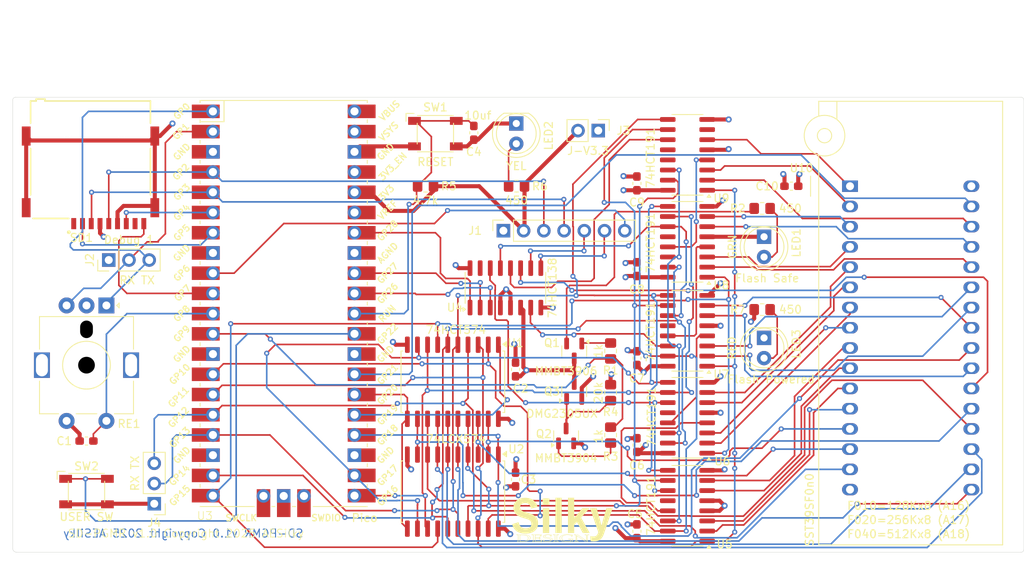
<source format=kicad_pcb>
(kicad_pcb (version 20241229) (generator "pcbnew") (generator_version "9.0")
  (title_block (title "SD-PGMR : Flash Programmer") (date "2025-09-26") (rev "v1.0") (company "SilkyDESIGN AES") (comment 1 "Copyright 2025 AESilky"))
  (layers (0 "F.Cu" signal) (4 "In1.Cu" signal) (6 "In2.Cu" signal) (2 "B.Cu" signal) (13 "F.Paste" user) (15 "B.Paste" user) (5 "F.SilkS" user "F.Silkscreen") (7 "B.SilkS" user "B.Silkscreen") (1 "F.Mask" user) (3 "B.Mask" user) (25 "Edge.Cuts" user))
  (net 0 "")
  (net 1 "/RE_SW-")
  (net 2 "GND")
  (net 3 "+5V")
  (net 4 "+3.3V")
  (net 5 "/RESET-")
  (net 6 "/SPICK")
  (net 7 "/SPIMO")
  (net 8 "/DISP_CS-")
  (net 9 "/DISP_CD")
  (net 10 "/RE_A")
  (net 11 "/RE_B")
  (net 12 "Net-(LED1-A)")
  (net 13 "Net-(LED2-A)")
  (net 14 "Net-(LED3-A)")
  (net 15 "Net-(Q1-E)")
  (net 16 "Net-(Q1-B)")
  (net 17 "Net-(Q2-C)")
  (net 18 "Net-(Q2-B)")
  (net 19 "+5VP")
  (net 20 "/FPWR_ON")
  (net 21 "/CARD_CS-")
  (net 24 "/SPIMI")
  (net 25 "/BD4")
  (net 26 "/PD2")
  (net 27 "/BD5")
  (net 28 "/BD1")
  (net 29 "/DATA_LCH")
  (net 30 "/BD0")
  (net 31 "/PD7")
  (net 32 "/PD1")
  (net 33 "/BD3")
  (net 34 "/PD4")
  (net 35 "/BD2")
  (net 36 "/BD6")
  (net 37 "/PWR-")
  (net 38 "/BD7")
  (net 39 "/PD6")
  (net 40 "/PD0")
  (net 41 "/PD3")
  (net 42 "/PD5")
  (net 43 "/PRD-")
  (net 48 "/A0")
  (net 49 "/A2")
  (net 50 "/FWR-")
  (net 53 "/ACLK")
  (net 57 "/A1")
  (net 59 "/ADH_LD-")
  (net 60 "/ADM_LD-")
  (net 61 "/ADL_LD-")
  (net 63 "/F_SEL-")
  (net 65 "/BA0")
  (net 66 "Net-(U5-~{RC})")
  (net 67 "/BA2")
  (net 68 "/BA3")
  (net 69 "/BA1")
  (net 71 "/BA4")
  (net 72 "/BA6")
  (net 73 "Net-(U6-~{RC})")
  (net 74 "/BA5")
  (net 75 "/BA7")
  (net 77 "/BA8")
  (net 78 "/BA9")
  (net 79 "/BA10")
  (net 80 "/BA11")
  (net 81 "Net-(U7-~{RC})")
  (net 82 "/BA14")
  (net 83 "/BA15")
  (net 84 "/BA13")
  (net 86 "/BA12")
  (net 87 "Net-(U8-~{RC})")
  (net 89 "/BA18")
  (net 91 "/BA16")
  (net 92 "/BA17")
  (net 94 "/DISPRST-")
  (net 95 "Net-(U3-GPIO22)")
  (net 96 "/SD_DET-")
  (footprint "Capacitor_SMD:C_0603_1608Metric_Pad1.08x0.95mm_HandSolder" (layer "F.Cu") (at 154.8475 88.5455 -90)
    (property "Reference" "C9")
    (property "Value" "0.1uF")
  )
  (footprint "LED_THT:LED_D5.0mm" (layer "F.Cu") (at 139.7 81.026 -90)
    (property "Reference" "LED2")
    (property "Value" "YEL")
  )
  (footprint "MountingHole:MountingHole_2.2mm_M2" (layer "F.Cu") (at 171.45 132.08)
    (property "Reference" "H3")
    (property "Value" "MountingHole")
  )
  (footprint "Capacitor_SMD:C_0603_1608Metric_Pad1.08x0.95mm_HandSolder" (layer "F.Cu") (at 85.725 120.9 180)
    (property "Reference" "C1")
    (property "Value" "0.1uF")
  )
  (footprint "Package_SO:SOIC-16_3.9x9.9mm_P1.27mm" (layer "F.Cu") (at 161.1975 129.032 180)
    (property "Reference" "U5")
    (property "Value" "74HCT191")
  )
  (footprint "AES_Library:SILKY-DESIGN-logo-0_50-AES" (layer "F.Cu") (at 145.542 130.81)
    (property "Reference" "G1" (hide yes))
    (property "Value" "LOGO" (hide yes))
  )
  (footprint "Package_SO:SOIC-16_3.9x9.9mm_P1.27mm" (layer "F.Cu") (at 161.1975 84.963 180)
    (property "Reference" "U9")
    (property "Value" "74HCT191")
  )
  (footprint "Capacitor_SMD:C_0603_1608Metric_Pad1.08x0.95mm_HandSolder" (layer "F.Cu") (at 154.8475 99.314 -90)
    (property "Reference" "C8")
    (property "Value" "0.1uF")
  )
  (footprint "Resistor_SMD:R_0805_2012Metric_Pad1.20x1.40mm_HandSolder" (layer "F.Cu") (at 139.7345 88.9 180)
    (property "Reference" "R6")
    (property "Value" "450")
  )
  (footprint "Package_SO:SOIC-16_3.9x9.9mm_P1.27mm" (layer "F.Cu") (at 138.3375 101.665 90)
    (property "Reference" "U4")
    (property "Value" "74HCT138")
  )
  (footprint "Connector_PinSocket_2.54mm:PinSocket_1x07_P2.54mm_Vertical" (layer "F.Cu") (at 138.0835 94.488 90)
    (property "Reference" "J1")
    (property "Value" "CONN_01x07 Socket" (hide yes))
  )
  (footprint "LED_THT:LED_D5.0mm" (layer "F.Cu") (at 170.815 107.95 -90)
    (property "Reference" "LED3")
    (property "Value" "RED")
  )
  (footprint "Resistor_SMD:R_0805_2012Metric_Pad1.20x1.40mm_HandSolder" (layer "F.Cu") (at 128.3045 88.9 180)
    (property "Reference" "R5")
    (property "Value" "4.7k")
  )
  (footprint "Package_SO:SOIC-20W_7.5x12.8mm_P1.27mm" (layer "F.Cu") (at 131.7335 113.46 -90)
    (property "Reference" "U1")
    (property "Value" "74HCT574")
  )
  (footprint "MountingHole:MountingHole_2.2mm_M2" (layer "F.Cu") (at 80.01 132.08)
    (property "Reference" "H2")
    (property "Value" "MountingHole")
  )
  (footprint "AES_Library:AES-SDCard-GCT_MEM2075-00-140-01-A" (layer "F.Cu") (at 86.701 82.18 180)
    (property "Reference" "SD1")
    (property "Value" "MicroSD-Socket")
  )
  (footprint "Resistor_SMD:R_0805_2012Metric_Pad1.20x1.40mm_HandSolder" (layer "F.Cu") (at 170.577 104.394)
    (property "Reference" "R7")
    (property "Value" "450")
  )
  (footprint "Package_SO:SOIC-16_3.9x9.9mm_P1.27mm" (layer "F.Cu") (at 161.1975 95.885 180)
    (property "Reference" "U8")
    (property "Value" "74HCT191")
  )
  (footprint "MountingHole:MountingHole_2.2mm_M2" (layer "F.Cu") (at 171.45 81.28)
    (property "Reference" "H4")
    (property "Value" "MountingHole")
  )
  (footprint "Package_SO:SOIC-20W_7.5x12.8mm_P1.27mm" (layer "F.Cu") (at 131.7335 127.254 -90)
    (property "Reference" "U2")
    (property "Value" "74LCX574")
  )
  (footprint "LED_THT:LED_D5.0mm" (layer "F.Cu") (at 170.815 95.25 -90)
    (property "Reference" "LED1")
    (property "Value" "GRN")
  )
  (footprint "Capacitor_SMD:C_0603_1608Metric_Pad1.08x0.95mm_HandSolder" (layer "F.Cu") (at 174.244 88.9)
    (property "Reference" "C10")
    (property "Value" "0.1uF")
  )
  (footprint "Connector_PinHeader_2.54mm:PinHeader_1x03_P2.54mm_Vertical" (layer "F.Cu") (at 88.519 98.171 90)
    (property "Reference" "J2")
    (property "Value" "Conn_01x03 HDR")
  )
  (footprint "Capacitor_SMD:C_0603_1608Metric_Pad1.08x0.95mm_HandSolder" (layer "F.Cu") (at 154.8475 110.49 -90)
    (property "Reference" "C7")
    (property "Value" "0.1uF")
  )
  (footprint "Capacitor_SMD:C_0603_1608Metric_Pad1.08x0.95mm_HandSolder" (layer "F.Cu") (at 134.366 82.1955 -90)
    (property "Reference" "C4")
    (property "Value" "10uf")
  )
  (footprint "Capacitor_SMD:C_0603_1608Metric_Pad1.08x0.95mm_HandSolder" (layer "F.Cu") (at 154.8475 121.412 -90)
    (property "Reference" "C6")
    (property "Value" "0.1uF")
  )
  (footprint "Package_SO:SOIC-16_3.9x9.9mm_P1.27mm" (layer "F.Cu") (at 161.1975 107.061 180)
    (property "Reference" "U7")
    (property "Value" "74HCT191")
  )
  (footprint "Package_TO_SOT_SMD:SOT-23" (layer "F.Cu") (at 146.9735 114.672 90)
    (property "Reference" "Q3")
    (property "Value" "DMG2305UX")
  )
  (footprint "Capacitor_SMD:C_0603_1608Metric_Pad1.08x0.95mm_HandSolder" (layer "F.Cu") (at 139.6075 125.73 -90)
    (property "Reference" "C3")
    (property "Value" "0.1uF")
  )
  (footprint "Resistor_SMD:R_0805_2012Metric_Pad1.20x1.40mm_HandSolder" (layer "F.Cu") (at 151.5455 109.592 90)
    (property "Reference" "R1")
    (property "Value" "1k")
  )
  (footprint "Package_TO_SOT_SMD:SOT-23" (layer "F.Cu") (at 146.9735 109.592 -90)
    (property "Reference" "Q1")
    (property "Value" "MMBT3906")
  )
  (footprint "Rotary_Encoder:RotaryEncoder_Alps_EC11E-Switch_Vertical_H20mm_MountingHoles" (layer "F.Cu") (at 88.225 103.875 -90)
    (property "Reference" "RE1")
    (property "Value" "RotEnc-SW")
  )
  (footprint "Resistor_SMD:R_0805_2012Metric_Pad1.20x1.40mm_HandSolder" (layer "F.Cu") (at 170.577 91.694)
    (property "Reference" "R2")
    (property "Value" "450")
  )
  (footprint "Connector_PinHeader_2.54mm:PinHeader_1x03_P2.54mm_Vertical" (layer "F.Cu") (at 94.234 128.778 180)
    (property "Reference" "J4")
    (property "Value" "Conn_01x03 HDR" (hide yes))
  )
  (footprint "AES_Library:AES-RPi_Pico_SMD_TH" (layer "F.Cu") (at 110.484 101.182)
    (property "Reference" "U3")
    (property "Value" "AES-Pico")
  )
  (footprint "Resistor_SMD:R_0805_2012Metric_Pad1.20x1.40mm_HandSolder" (layer "F.Cu") (at 151.5455 120.158 -90)
    (property "Reference" "R3")
    (property "Value" "1k")
  )
  (footprint "Capacitor_SMD:C_0603_1608Metric_Pad1.08x0.95mm_HandSolder" (layer "F.Cu") (at 139.6075 111.9135 -90)
    (property "Reference" "C2")
    (property "Value" "0.1uF")
  )
  (footprint "AES_Library:AES-SW_PUSH_SMD_1P1T_NO_45x45mm-CK" (layer "F.Cu") (at 129.54 82.296)
    (property "Reference" "SW1")
    (property "Value" "SW PB-MOM")
  )
  (footprint "Connector_PinHeader_2.54mm:PinHeader_1x02_P2.54mm_Vertical" (layer "F.Cu") (at 149.992 81.915 -90)
    (property "Reference" "J3")
    (property "Value" "J-V3.3")
  )
  (footprint "Package_TO_SOT_SMD:SOT-23" (layer "F.Cu") (at 145.9575 120.26 90)
    (property "Reference" "Q2")
    (property "Value" "MMBT3904")
  )
  (footprint "Socket:DIP_Socket-32_W11.9_W12.7_W15.24_W17.78_W18.5_3M_232-1285-00-0602J" (layer "F.Cu") (at 181.61 88.9)
    (property "Reference" "U10")
    (property "Value" "SST39SF0n0")
  )
  (footprint "Resistor_SMD:R_0805_2012Metric_Pad1.20x1.40mm_HandSolder" (layer "F.Cu") (at 151.5455 114.824 90)
    (property "Reference" "R4")
    (property "Value" "20k")
  )
  (footprint "MountingHole:MountingHole_2.2mm_M2" (layer "F.Cu") (at 80.01 97.79)
    (property "Reference" "H1")
    (property "Value" "MountingHole")
  )
  (footprint "Capacitor_SMD:C_0603_1608Metric_Pad1.08x0.95mm_HandSolder" (layer "F.Cu") (at 154.8475 132.2335 -90)
    (property "Reference" "C5")
    (property "Value" "0.1uF")
  )
  (footprint "Package_SO:SOIC-16_3.9x9.9mm_P1.27mm" (layer "F.Cu") (at 161.1975 117.983 180)
    (property "Reference" "U6")
    (property "Value" "74HCT191")
  )
  (footprint "AES_Library:AES-SW_PUSH_SMD_1P1T_NO_45x45mm-CK" (layer "F.Cu") (at 85.725 127.25)
    (property "Reference" "SW2")
    (property "Value" "SW PB-MOM")
  )
  (gr_arc (start 203.073 77.724) (mid 203.342408 77.835592) (end 203.454 78.105) (stroke (width 0.05)) (layer "Edge.Cuts"))
  (gr_arc (start 76.454 78.105) (mid 76.565592 77.835592) (end 76.835 77.724) (stroke (width 0.05)) (layer "Edge.Cuts"))
  (gr_line (start 76.835 77.724) (end 203.073 77.724) (stroke (width 0.05)) (layer "Edge.Cuts"))
  (gr_line (start 76.454 134.366) (end 76.454 78.105) (stroke (width 0.05)) (layer "Edge.Cuts"))
  (gr_arc (start 76.962 134.874) (mid 76.60279 134.72521) (end 76.454 134.366) (stroke (width 0.05)) (layer "Edge.Cuts"))
  (gr_line (start 203.454 78.105) (end 203.454 134.493) (stroke (width 0.05)) (layer "Edge.Cuts"))
  (gr_line (start 203.073 134.874) (end 76.962 134.874) (stroke (width 0.05)) (layer "Edge.Cuts"))
  (gr_arc (start 203.454 134.493) (mid 203.342408 134.762408) (end 203.073 134.874) (stroke (width 0.05)) (layer "Edge.Cuts"))
  (gr_text "SD-PGMR v1.0 Copyright 2025 AESilky" (at 113.03 133.096 0) (layer "B.Cu") (effects (font (size 1.016 1.016) (thickness 0.127)) (justify left bottom mirror)))
  (gr_text "SD-PGMR v1.0 Copyright 2025 AESilky" (at 83.312 133.096 0) (layer "F.SilkS") (effects (font (size 1 1) (thickness 0.1)) (justify left bottom)))
  (segment (start 86.5875 120.0125) (end 86.5875 120.9) (width 0.2032) (layer "F.Cu") (net 1))
  (segment (start 88.225 118.375) (end 86.5875 120.0125) (width 0.2032) (layer "F.Cu") (net 1))
  (segment (start 90.805 104.902) (end 88.225 107.482) (width 0.2032) (layer "B.Cu") (net 1))
  (segment (start 101.6 104.902) (end 90.805 104.902) (width 0.2032) (layer "B.Cu") (net 1))
  (segment (start 88.225 107.482) (end 88.225 118.375) (width 0.2032) (layer "B.Cu") (net 1))
  (segment (start 139.6075 111.051) (end 139.6075 108.8735) (width 0.508) (layer "F.Cu") (net 2))
  (segment (start 134.366 83.058) (end 134.874 83.058) (width 0.508) (layer "F.Cu") (net 2))
  (segment (start 126.0185 108.81) (end 124.558 108.81) (width 0.508) (layer "F.Cu") (net 2))
  (segment (start 138.9725 104.14) (end 138.9725 102.3965) (width 0.508) (layer "F.Cu") (net 2))
  (segment (start 132.165 83.896) (end 133.528 83.896) (width 0.508) (layer "F.Cu") (net 2))
  (segment (start 163.6725 91.44) (end 164.846 91.44) (width 0.508) (layer "F.Cu") (net 2))
  (segment (start 89.621 93.6) (end 89.621 92.133152) (width 0.508) (layer "F.Cu") (net 2))
  (segment (start 93.741 83.16) (end 78.711 83.16) (width 0.508) (layer "F.Cu") (net 2))
  (segment (start 84.8625 120.0125) (end 83.225 118.375) (width 0.508) (layer "F.Cu") (net 2))
  (segment (start 173.3815 88.9) (end 173.3815 87.5295) (width 0.508) (layer "F.Cu") (net 2))
  (segment (start 134.874 83.058) (end 136.906 81.026) (width 0.508) (layer "F.Cu") (net 2))
  (segment (start 139.6075 108.8735) (end 139.446 108.712) (width 0.508) (layer "F.Cu") (net 2))
  (segment (start 78.151 91.6) (end 78.151 82.6) (width 0.508) (layer "F.Cu") (net 2))
  (segment (start 137.7025 104.14) (end 137.7025 102.5815) (width 0.508) (layer "F.Cu") (net 2))
  (segment (start 163.6725 128.397) (end 165.227 128.397) (width 0.508) (layer "F.Cu") (net 2))
  (segment (start 94.301 91.6) (end 94.301 82.6) (width 0.508) (layer "F.Cu") (net 2))
  (segment (start 138.9725 102.3965) (end 138.43 101.854) (width 0.508) (layer "F.Cu") (net 2))
  (segment (start 154.8475 87.683) (end 153.215 87.683) (width 0.508) (layer "F.Cu") (net 2))
  (segment (start 163.6725 117.348) (end 165.354 117.348) (width 0.508) (layer "F.Cu") (net 2))
  (segment (start 83.1 128.85) (end 88.35 128.85) (width 0.508) (layer "F.Cu") (net 2))
  (segment (start 84.8625 120.9) (end 84.8625 120.0125) (width 0.508) (layer "F.Cu") (net 2))
  (segment (start 78.711 83.16) (end 78.151 82.6) (width 0.508) (layer "F.Cu") (net 2))
  (segment (start 163.6725 95.25) (end 170.815 95.25) (width 0.508) (layer "F.Cu") (net 2))
  (segment (start 153.5165 98.4515) (end 153.416 98.552) (width 0.508) (layer "F.Cu") (net 2))
  (segment (start 94.946 82.6) (end 96.52 81.026) (width 0.508) (layer "F.Cu") (net 2))
  (segment (start 163.6725 113.538) (end 164.592 113.538) (width 0.508) (layer "F.Cu") (net 2))
  (segment (start 147.8421 121.1975) (end 148.336 121.6914) (width 0.508) (layer "F.Cu") (net 2))
  (segment (start 154.8475 109.6275) (end 153.8235 109.6275) (width 0.508) (layer "F.Cu") (net 2))
  (segment (start 165.227 129.667) (end 165.862 129.032) (width 0.508) (layer "F.Cu") (net 2))
  (segment (start 153.7705 120.5495) (end 153.67 120.65) (width 0.508) (layer "F.Cu") (net 2))
  (segment (start 166.2801 84.328) (end 166.37 84.2381) (width 0.508) (layer "F.Cu") (net 2))
  (segment (start 163.6725 84.328) (end 166.2801 84.328) (width 0.508) (layer "F.Cu") (net 2))
  (segment (start 90.378652 91.3755) (end 94.0765 91.3755) (width 0.508) (layer "F.Cu") (net 2))
  (segment (start 137.7025 102.5815) (end 138.43 101.854) (width 0.508) (layer "F.Cu") (net 2))
  (segment (start 120.066 83.896) (end 119.38 84.582) (width 0.508) (layer "F.Cu") (net 2))
  (segment (start 89.621 92.133152) (end 90.378652 91.3755) (width 0.508) (layer "F.Cu") (net 2))
  (segment (start 126.915 83.896) (end 120.066 83.896) (width 0.508) (layer "F.Cu") (net 2))
  (segment (start 163.6725 80.518) (end 166.37 80.518) (width 0.508) (layer "F.Cu") (net 2))
  (segment (start 164.846 91.44) (end 165.608 90.678) (width 0.508) (layer "F.Cu") (net 2))
  (segment (start 163.6725 106.426) (end 165.354 106.426) (width 0.508) (layer "F.Cu") (net 2))
  (segment (start 165.227 128.397) (end 165.862 129.032) (width 0.508) (layer "F.Cu") (net 2))
  (segment (start 139.6075 124.8675) (end 139.6075 123.2825) (width 0.508) (layer "F.Cu") (net 2))
  (segment (start 173.3815 87.5295) (end 173.228 87.376) (width 0.508) (layer "F.Cu") (net 2))
  (segment (start 154.8475 120.5495) (end 153.7705 120.5495) (width 0.508) (layer "F.Cu") (net 2))
  (segment (start 94.301 82.6) (end 94.946 82.6) (width 0.508) (layer "F.Cu") (net 2))
  (segment (start 126.0185 123.9865) (end 126.492 124.46) (width 0.508) (layer "F.Cu") (net 2))
  (segment (start 154.8475 98.4515) (end 153.5165 98.4515) (width 0.508) (layer "F.Cu") (net 2))
  (segment (start 139.6075 123.2825) (end 139.7 123.19) (width 0.508) (layer "F.Cu") (net 2))
  (segment (start 163.83 102.616) (end 165.354 101.092) (width 0.508) (layer "F.Cu") (net 2))
  (segment (start 88.9 128.778) (end 94.234 128.778) (width 0.508) (layer "F.Cu") (net 2))
  (segment (start 163.6725 124.587) (end 165.735 124.587) (width 0.508) (layer "F.Cu") (net 2))
  (segment (start 165.735 124.587) (end 165.862 124.46) (width 0.508) (layer "F.Cu") (net 2))
  (segment (start 133.528 83.896) (end 134.366 83.058) (width 0.508) (layer "F.Cu") (net 2))
  (segment (start 153.8235 109.6275) (end 153.67 109.474) (width 0.508) (layer "F.Cu") (net 2))
  (segment (start 146.9075 121.1975) (end 147.8421 121.1975) (width 0.508) (layer "F.Cu") (net 2))
  (segment (start 163.6725 129.667) (end 165.227 129.667) (width 0.508) (layer "F.Cu") (net 2))
  (segment (start 94.301 82.6) (end 93.741 83.16) (width 0.508) (layer "F.Cu") (net 2))
  (segment (start 136.906 81.026) (end 139.7 81.026) (width 0.508) (layer "F.Cu") (net 2))
  (segment (start 142.7825 104.14) (end 144.272 104.14) (width 0.508) (layer "F.Cu") (net 2))
  (segment (start 126.0185 122.604) (end 126.0185 123.9865) (width 0.508) (layer "F.Cu") (net 2))
  (segment (start 164.592 113.538) (end 165.354 112.776) (width 0.508) (layer "F.Cu") (net 2))
  (segment (start 153.67 131.371) (end 154.8475 131.371) (width 0.508) (layer "F.Cu") (net 2))
  (segment (start 153.215 87.683) (end 153.162 87.63) (width 0.508) (layer "F.Cu") (net 2))
  (segment (start 124.558 108.81) (end 124.206 108.458) (width 0.508) (layer "F.Cu") (net 2))
  (via (at 165.354 112.776) (size 0.762) (drill 0.381) (layers "F.Cu" "B.Cu") (net 2))
  (via (at 165.862 129.032) (size 0.762) (drill 0.381) (layers "F.Cu" "B.Cu") (net 2))
  (via (at 165.354 106.426) (size 0.762) (drill 0.381) (layers "F.Cu" "B.Cu") (net 2))
  (via (at 126.492 124.46) (size 0.762) (drill 0.381) (layers "F.Cu" "B.Cu") (net 2))
  (via (at 173.228 87.376) (size 0.762) (drill 0.381) (layers "F.Cu" "B.Cu") (net 2))
  (via (at 166.37 84.2381) (size 0.762) (drill 0.381) (layers "F.Cu" "B.Cu") (net 2))
  (via (at 96.52 81.026) (size 0.762) (drill 0.381) (layers "F.Cu" "B.Cu") (net 2))
  (via (at 153.416 98.552) (size 0.762) (drill 0.381) (layers "F.Cu" "B.Cu") (net 2))
  (via (at 153.67 131.371) (size 0.762) (drill 0.381) (layers "F.Cu" "B.Cu") (net 2))
  (via (at 165.608 90.678) (size 0.762) (drill 0.381) (layers "F.Cu" "B.Cu") (net 2))
  (via (at 148.336 121.6914) (size 0.762) (drill 0.381) (layers "F.Cu" "B.Cu") (net 2))
  (via (at 165.862 124.46) (size 0.762) (drill 0.381) (layers "F.Cu" "B.Cu") (net 2))
  (via (at 139.446 108.712) (size 0.762) (drill 0.381) (layers "F.Cu" "B.Cu") (net 2))
  (via (at 165.354 101.092) (size 0.762) (drill 0.381) (layers "F.Cu" "B.Cu") (net 2))
  (via (at 139.7 123.19) (size 0.762) (drill 0.381) (layers "F.Cu" "B.Cu") (net 2))
  (via (at 166.37 80.518) (size 0.762) (drill 0.381) (layers "F.Cu" "B.Cu") (net 2))
  (via (at 153.162 87.63) (size 0.762) (drill 0.381) (layers "F.Cu" "B.Cu") (net 2))
  (via (at 124.206 108.458) (size 0.762) (drill 0.381) (layers "F.Cu" "B.Cu") (net 2))
  (via (at 165.354 117.348) (size 0.762) (drill 0.381) (layers "F.Cu" "B.Cu") (net 2))
  (via (at 153.67 109.474) (size 0.762) (drill 0.381) (layers "F.Cu" "B.Cu") (net 2))
  (via (at 138.43 101.854) (size 0.762) (drill 0.381) (layers "F.Cu" "B.Cu") (net 2))
  (via (at 153.67 120.65) (size 0.762) (drill 0.381) (layers "F.Cu" "B.Cu") (net 2))
  (via (at 144.272 104.14) (size 0.762) (drill 0.381) (layers "F.Cu" "B.Cu") (net 2))
  (segment (start 133.8925 99.19) (end 132.464 99.19) (width 0.508) (layer "F.Cu") (net 3))
  (segment (start 151.5455 113.824) (end 151.5455 112.6145) (width 0.508) (layer "F.Cu") (net 3))
  (segment (start 140.5915 104.489) (end 140.5915 111.6355) (width 0.508) (layer "F.Cu") (net 3))
  (segment (start 154.8475 100.1765) (end 153.5695 100.1765) (width 0.508) (layer "F.Cu") (net 3))
  (segment (start 155.0925 122.2745) (end 155.955 121.412) (width 0.508) (layer "F.Cu") (net 3))
  (segment (start 154.8475 111.4135) (end 155.702 112.268) (width 0.508) (layer "F.Cu") (net 3))
  (segment (start 155.2285 133.477) (end 154.8475 133.096) (width 0.508) (layer "F.Cu") (net 3))
  (segment (start 140.5915 111.6355) (end 140.97 112.014) (width 0.508) (layer "F.Cu") (net 3))
  (segment (start 140.97 112.014) (end 140.208 112.776) (width 0.508) (layer "F.Cu") (net 3))
  (segment (start 153.416 133.096) (end 152.146 131.826) (width 0.508) (layer "F.Cu") (net 3))
  (segment (start 158.7225 111.506) (end 156.464 111.506) (width 0.508) (layer "F.Cu") (net 3))
  (segment (start 158.7225 100.33) (end 155.001 100.33) (width 0.508) (layer "F.Cu") (net 3))
  (segment (start 140.97 112.014) (end 146.9735 112.014) (width 0.508) (layer "F.Cu") (net 3))
  (segment (start 153.5695 100.1765) (end 153.416 100.33) (width 0.508) (layer "F.Cu") (net 3))
  (segment (start 146.9735 110.5295) (end 146.9735 112.014) (width 0.508) (layer "F.Cu") (net 3))
  (segment (start 132.464 99.19) (end 132.08 98.806) (width 0.508) (layer "F.Cu") (net 3))
  (segment (start 146.9735 112.014) (end 146.9735 113.7345) (width 0.508) (layer "F.Cu") (net 3))
  (segment (start 154.8475 89.408) (end 153.162 89.408) (width 0.508) (layer "F.Cu") (net 3))
  (segment (start 151.5455 112.6145) (end 151.638 112.522) (width 0.508) (layer "F.Cu") (net 3))
  (segment (start 137.4485 118.11) (end 138.684 118.11) (width 0.508) (layer "F.Cu") (net 3))
  (segment (start 140.208 112.776) (end 139.6075 112.776) (width 0.508) (layer "F.Cu") (net 3))
  (segment (start 140.2425 104.14) (end 140.5915 104.489) (width 0.508) (layer "F.Cu") (net 3))
  (segment (start 154.8475 133.096) (end 153.416 133.096) (width 0.508) (layer "F.Cu") (net 3))
  (segment (start 158.7225 122.428) (end 155.001 122.428) (width 0.508) (layer "F.Cu") (net 3))
  (segment (start 158.7225 133.477) (end 155.2285 133.477) (width 0.508) (layer "F.Cu") (net 3))
  (segment (start 154.8475 122.2745) (end 155.0925 122.2745) (width 0.508) (layer "F.Cu") (net 3))
  (segment (start 138.684 118.11) (end 139.192 118.618) (width 0.508) (layer "F.Cu") (net 3))
  (segment (start 156.464 111.506) (end 155.702 112.268) (width 0.508) (layer "F.Cu") (net 3))
  (segment (start 158.7225 89.408) (end 154.8475 89.408) (width 0.508) (layer "F.Cu") (net 3))
  (via (at 151.638 112.522) (size 0.762) (drill 0.381) (layers "F.Cu" "B.Cu") (net 3))
  (via (at 153.416 100.33) (size 0.762) (drill 0.381) (layers "F.Cu" "B.Cu") (net 3))
  (via (at 155.702 112.268) (size 0.762) (drill 0.381) (layers "F.Cu" "B.Cu") (net 3))
  (via (at 153.162 89.408) (size 0.762) (drill 0.381) (layers "F.Cu" "B.Cu") (net 3))
  (via (at 155.955 121.412) (size 0.762) (drill 0.381) (layers "F.Cu" "B.Cu") (net 3))
  (via (at 132.08 98.806) (size 0.762) (drill 0.381) (layers "F.Cu" "B.Cu") (net 3))
  (via (at 140.97 112.014) (size 0.762) (drill 0.381) (layers "F.Cu" "B.Cu") (net 3))
  (via (at 152.146 131.826) (size 0.762) (drill 0.381) (layers "F.Cu" "B.Cu") (net 3))
  (via (at 139.192 118.618) (size 0.762) (drill 0.381) (layers "F.Cu" "B.Cu") (net 3))
  (segment (start 139.6075 126.5925) (end 138.5835 126.5925) (width 0.508) (layer "F.Cu") (net 4))
  (segment (start 129.3045 88.9) (end 135.0355 88.9) (width 0.508) (layer "F.Cu") (net 4))
  (segment (start 87.421 93.6) (end 87.421 94.787) (width 0.508) (layer "F.Cu") (net 4))
  (segment (start 129.3045 88.9) (end 129.3045 89.491019) (width 0.508) (layer "F.Cu") (net 4))
  (segment (start 87.421 94.787) (end 87.884 95.25) (width 0.508) (layer "F.Cu") (net 4))
  (segment (start 140.7345 88.9) (end 140.7345 94.377) (width 0.508) (layer "F.Cu") (net 4))
  (segment (start 135.0355 88.9) (end 140.6235 94.488) (width 0.508) (layer "F.Cu") (net 4))
  (segment (start 129.3045 89.491019) (end 126.795719 91.9998) (width 0.508) (layer "F.Cu") (net 4))
  (segment (start 138.5835 126.5925) (end 138.43 126.746) (width 0.508) (layer "F.Cu") (net 4))
  (segment (start 123.6958 91.9998) (end 121.358 89.662) (width 0.508) (layer "F.Cu") (net 4))
  (segment (start 140.7345 88.6325) (end 147.452 81.915) (width 0.508) (layer "F.Cu") (net 4))
  (segment (start 126.795719 91.9998) (end 123.6958 91.9998) (width 0.508) (layer "F.Cu") (net 4))
  (segment (start 137.4485 131.904) (end 138.254 131.904) (width 0.508) (layer "F.Cu") (net 4))
  (segment (start 138.254 131.904) (end 138.938 132.588) (width 0.508) (layer "F.Cu") (net 4))
  (via (at 138.43 126.746) (size 0.762) (drill 0.381) (layers "F.Cu" "B.Cu") (net 4))
  (via (at 138.938 132.588) (size 0.762) (drill 0.381) (layers "F.Cu" "B.Cu") (net 4))
  (via (at 87.884 95.25) (size 0.762) (drill 0.381) (layers "F.Cu" "B.Cu") (net 4))
  (segment (start 133.729 80.696) (end 134.366 81.333) (width 0.2032) (layer "F.Cu") (net 5))
  (segment (start 127.051 80.696) (end 129.032 82.677) (width 0.2032) (layer "F.Cu") (net 5))
  (segment (start 126.915 80.696) (end 132.165 80.696) (width 0.2032) (layer "F.Cu") (net 5))
  (segment (start 129.032 82.677) (end 129.032 87.1725) (width 0.2032) (layer "F.Cu") (net 5))
  (segment (start 129.032 87.1725) (end 127.3045 88.9) (width 0.2032) (layer "F.Cu") (net 5))
  (segment (start 126.238 91.1733) (end 126.7587 91.1733) (width 0.2032) (layer "F.Cu") (net 5))
  (segment (start 127.1775 90.7545) (end 127.1775 89.027) (width 0.2032) (layer "F.Cu") (net 5))
  (segment (start 132.165 80.696) (end 133.729 80.696) (width 0.2032) (layer "F.Cu") (net 5))
  (segment (start 126.7587 91.1733) (end 127.1775 90.7545) (width 0.2032) (layer "F.Cu") (net 5))
  (via (at 126.238 91.1733) (size 0.635) (drill 0.3048) (layers "F.Cu" "B.Cu") (net 5))
  (segment (start 126.111 91.3003) (end 126.111 104.394) (width 0.2032) (layer "B.Cu") (net 5))
  (segment (start 126.238 91.1733) (end 126.111 91.3003) (width 0.2032) (layer "B.Cu") (net 5))
  (segment (start 125.603 104.902) (end 119.38 104.902) (width 0.2032) (layer "B.Cu") (net 5))
  (segment (start 126.111 104.394) (end 125.603 104.902) (width 0.2032) (layer "B.Cu") (net 5))
  (segment (start 88.519 87.122) (end 88.519 93.598) (width 0.2032) (layer "F.Cu") (net 6))
  (segment (start 143.129 88.265) (end 143.1635 88.2995) (width 0.2032) (layer "F.Cu") (net 6))
  (segment (start 143.1635 88.2995) (end 143.1635 94.488) (width 0.2032) (layer "F.Cu") (net 6))
  (via (at 143.129 88.265) (size 0.635) (drill 0.3048) (layers "F.Cu" "B.Cu") (net 6))
  (via (at 88.519 87.122) (size 0.635) (drill 0.3048) (layers "F.Cu" "B.Cu") (net 6))
  (segment (start 143.1162 88.2778) (end 143.129 88.265) (width 0.2032) (layer "B.Cu") (net 6))
  (segment (start 101.6 87.122) (end 102.7558 88.2778) (width 0.2032) (layer "B.Cu") (net 6))
  (segment (start 102.7558 88.2778) (end 143.1162 88.2778) (width 0.2032) (layer "B.Cu") (net 6))
  (segment (start 88.519 87.122) (end 101.6 87.122) (width 0.2032) (layer "B.Cu") (net 6))
  (segment (start 86.36 89.662) (end 86.36 93.561) (width 0.2032) (layer "F.Cu") (net 7))
  (segment (start 145.7035 90.5855) (end 145.7035 94.488) (width 0.2032) (layer "F.Cu") (net 7))
  (segment (start 145.669 90.551) (end 145.7035 90.5855) (width 0.2032) (layer "F.Cu") (net 7))
  (via (at 86.36 89.662) (size 0.635) (drill 0.3048) (layers "F.Cu" "B.Cu") (net 7))
  (via (at 145.669 90.551) (size 0.635) (drill 0.3048) (layers "F.Cu" "B.Cu") (net 7))
  (segment (start 101.6 89.662) (end 102.8066 90.8686) (width 0.2032) (layer "B.Cu") (net 7))
  (segment (start 122.6184 90.8686) (end 122.936 90.551) (width 0.2032) (layer "B.Cu") (net 7))
  (segment (start 122.936 90.551) (end 145.669 90.551) (width 0.2032) (layer "B.Cu") (net 7))
  (segment (start 86.36 89.662) (end 101.6 89.662) (width 0.2032) (layer "B.Cu") (net 7))
  (segment (start 102.8066 90.8686) (end 122.6184 90.8686) (width 0.2032) (layer "B.Cu") (net 7))
  (segment (start 110.5028 93.5862) (end 104.267 99.822) (width 0.2032) (layer "F.Cu") (net 8))
  (segment (start 131.064 91.948) (end 129.4258 93.5862) (width 0.2032) (layer "F.Cu") (net 8))
  (segment (start 104.267 99.822) (end 101.6 99.822) (width 0.2032) (layer "F.Cu") (net 8))
  (segment (start 129.4258 93.5862) (end 110.5028 93.5862) (width 0.2032) (layer "F.Cu") (net 8))
  (via (at 131.064 91.948) (size 0.635) (drill 0.3048) (layers "F.Cu" "B.Cu") (net 8))
  (segment (start 131.064 91.948) (end 152.146 91.948) (width 0.2032) (layer "B.Cu") (net 8))
  (segment (start 152.146 91.948) (end 153.3235 93.1255) (width 0.2032) (layer "B.Cu") (net 8))
  (segment (start 153.3235 93.1255) (end 153.3235 94.488) (width 0.2032) (layer "B.Cu") (net 8))
  (segment (start 142.7825 97.6975) (end 142.748 97.663) (width 0.2032) (layer "F.Cu") (net 9))
  (segment (start 150.749 97.663) (end 150.749 94.5225) (width 0.2032) (layer "F.Cu") (net 9))
  (segment (start 142.7825 99.19) (end 142.7825 97.6975) (width 0.2032) (layer "F.Cu") (net 9))
  (via (at 150.749 97.663) (size 0.635) (drill 0.3048) (layers "F.Cu" "B.Cu") (net 9))
  (via (at 142.748 97.663) (size 0.635) (drill 0.3048) (layers "F.Cu" "B.Cu") (net 9))
  (segment (start 142.748 97.663) (end 150.749 97.663) (width 0.2032) (layer "B.Cu") (net 9))
  (segment (start 83.693 96.52) (end 84.074 96.901) (width 0.2032) (layer "B.Cu") (net 10))
  (segment (start 92.329 96.901) (end 93.599 98.171) (width 0.2032) (layer "B.Cu") (net 10))
  (segment (start 93.599 98.171) (end 88.225 103.545) (width 0.2032) (layer "B.Cu") (net 10))
  (segment (start 83.693 96.139) (end 83.693 96.52) (width 0.2032) (layer "B.Cu") (net 10))
  (segment (start 85.217 80.264) (end 85.217 94.615) (width 0.2032) (layer "B.Cu") (net 10))
  (segment (start 84.074 96.901) (end 92.329 96.901) (width 0.2032) (layer "B.Cu") (net 10))
  (segment (start 85.979 79.502) (end 85.217 80.264) (width 0.2032) (layer "B.Cu") (net 10))
  (segment (start 101.6 79.502) (end 85.979 79.502) (width 0.2032) (layer "B.Cu") (net 10))
  (segment (start 85.217 94.615) (end 83.693 96.139) (width 0.2032) (layer "B.Cu") (net 10))
  (segment (start 97.028 82.042) (end 95.631 83.439) (width 0.2032) (layer "F.Cu") (net 11))
  (segment (start 95.631 83.439) (end 95.631 94.869) (width 0.2032) (layer "F.Cu") (net 11))
  (segment (start 93.345 95.885) (end 91.059 98.171) (width 0.2032) (layer "F.Cu") (net 11))
  (segment (start 101.6 82.042) (end 97.028 82.042) (width 0.2032) (layer "F.Cu") (net 11))
  (segment (start 94.742 95.885) (end 93.345 95.885) (width 0.2032) (layer "F.Cu") (net 11))
  (segment (start 95.631 94.869) (end 94.742 95.758) (width 0.2032) (layer "F.Cu") (net 11))
  (segment (start 94.742 95.758) (end 94.742 95.885) (width 0.2032) (layer "F.Cu") (net 11))
  (segment (start 87.503 101.727) (end 85.373 101.727) (width 0.2032) (layer "B.Cu") (net 11))
  (segment (start 91.059 98.171) (end 87.503 101.727) (width 0.2032) (layer "B.Cu") (net 11))
  (segment (start 85.373 101.727) (end 83.225 103.875) (width 0.2032) (layer "B.Cu") (net 11))
  (segment (start 170.815 97.79) (end 171.831 97.79) (width 0.2032) (layer "F.Cu") (net 12))
  (segment (start 172.466 92.583) (end 171.577 91.694) (width 0.2032) (layer "F.Cu") (net 12))
  (segment (start 171.831 97.79) (end 172.466 97.155) (width 0.2032) (layer "F.Cu") (net 12))
  (segment (start 172.466 97.155) (end 172.466 92.583) (width 0.2032) (layer "F.Cu") (net 12))
  (segment (start 138.7345 84.5315) (end 138.7345 88.9) (width 0.2032) (layer "F.Cu") (net 13))
  (segment (start 139.7 83.566) (end 138.7345 84.5315) (width 0.2032) (layer "F.Cu") (net 13))
  (segment (start 172.466 109.982) (end 172.466 105.283) (width 0.2032) (layer "F.Cu") (net 14))
  (segment (start 172.466 105.283) (end 171.577 104.394) (width 0.2032) (layer "F.Cu") (net 14))
  (segment (start 170.815 110.49) (end 171.958 110.49) (width 0.2032) (layer "F.Cu") (net 14))
  (segment (start 171.958 110.49) (end 172.466 109.982) (width 0.2032) (layer "F.Cu") (net 14))
  (segment (start 146.4193 101.3577) (end 150.9913 101.3577) (width 0.2032) (layer "F.Cu") (net 15))
  (segment (start 152.019 100.33) (end 152.019 92.456) (width 0.2032) (layer "F.Cu") (net 15))
  (segment (start 152.3784 92.0966) (end 169.1744 92.0966) (width 0.2032) (layer "F.Cu") (net 15))
  (segment (start 146.0235 101.7535) (end 146.4193 101.3577) (width 0.2032) (layer "F.Cu") (net 15))
  (segment (start 150.9913 101.3577) (end 152.019 100.33) (width 0.2032) (layer "F.Cu") (net 15))
  (segment (start 146.0235 108.6545) (end 146.0235 101.7535) (width 0.2032) (layer "F.Cu") (net 15))
  (segment (start 152.019 92.456) (end 152.3784 92.0966) (width 0.2032) (layer "F.Cu") (net 15))
  (segment (start 151.5455 108.592) (end 147.986 108.592) (width 0.2032) (layer "F.Cu") (net 16))
  (segment (start 146.939 117.221) (end 145.9575 118.2025) (width 0.2032) (layer "F.Cu") (net 17))
  (segment (start 145.9575 118.2025) (end 145.9575 119.3225) (width 0.2032) (layer "F.Cu") (net 17))
  (segment (start 151.5455 115.824) (end 150.1485 117.221) (width 0.2032) (layer "F.Cu") (net 17))
  (segment (start 146.0235 119.06) (end 146.0235 115.6095) (width 0.2032) (layer "F.Cu") (net 17))
  (segment (start 150.1485 117.221) (end 146.939 117.221) (width 0.2032) (layer "F.Cu") (net 17))
  (segment (start 151.5455 121.158) (end 151.5455 122.3935) (width 0.2032) (layer "F.Cu") (net 18))
  (segment (start 151.13 122.809) (end 145.415 122.809) (width 0.2032) (layer "F.Cu") (net 18))
  (segment (start 145.415 122.809) (end 145.0075 122.4015) (width 0.2032) (layer "F.Cu") (net 18))
  (segment (start 145.0075 122.4015) (end 145.0075 121.1975) (width 0.2032) (layer "F.Cu") (net 18))
  (segment (start 151.5455 122.3935) (end 151.13 122.809) (width 0.2032) (layer "F.Cu") (net 18))
  (segment (start 175.1065 87.5295) (end 175.26 87.376) (width 0.508) (layer "F.Cu") (net 19))
  (segment (start 169.164 105.918) (end 169.577 105.505) (width 0.508) (layer "F.Cu") (net 19))
  (segment (start 175.1065 88.9) (end 175.1065 87.5295) (width 0.508) (layer "F.Cu") (net 19))
  (segment (start 169.577 105.505) (end 169.577 104.394) (width 0.508) (layer "F.Cu") (net 19))
  (segment (start 147.9235 114.2045) (end 149.352 112.776) (width 0.508) (layer "F.Cu") (net 19))
  (segment (start 147.9235 115.6095) (end 147.9235 114.2045) (width 0.508) (layer "F.Cu") (net 19))
  (via (at 149.352 112.776) (size 0.762) (drill 0.381) (layers "F.Cu" "B.Cu") (net 19))
  (via (at 175.26 87.376) (size 0.762) (drill 0.381) (layers "F.Cu" "B.Cu") (net 19))
  (via (at 169.164 105.918) (size 0.762) (drill 0.381) (layers "F.Cu" "B.Cu") (net 19))
  (segment (start 108.8136 108.1024) (end 108.1532 107.442) (width 0.2032) (layer "F.Cu") (net 20))
  (segment (start 151.5455 110.592) (end 152.248 110.592) (width 0.2032) (layer "F.Cu") (net 20))
  (segment (start 153.035 118.11) (end 151.987 119.158) (width 0.2032) (layer "F.Cu") (net 20))
  (segment (start 152.248 110.592) (end 153.035 111.379) (width 0.2032) (layer "F.Cu") (net 20))
  (segment (start 153.035 111.379) (end 153.035 118.11) (width 0.2032) (layer "F.Cu") (net 20))
  (segment (start 148.717 111.379) (end 149.504 110.592) (width 0.2032) (layer "F.Cu") (net 20))
  (segment (start 108.1532 107.442) (end 101.6 107.442) (width 0.2032) (layer "F.Cu") (net 20))
  (segment (start 149.504 110.592) (end 151.5455 110.592) (width 0.2032) (layer "F.Cu") (net 20))
  (via (at 108.8136 108.1024) (size 0.635) (drill 0.3048) (layers "F.Cu" "B.Cu") (net 20))
  (via (at 148.717 111.379) (size 0.635) (drill 0.3048) (layers "F.Cu" "B.Cu") (net 20))
  (segment (start 145.923 114.173) (end 148.717 111.379) (width 0.2032) (layer "B.Cu") (net 20))
  (segment (start 142.24 114.173) (end 141.9098 113.8428) (width 0.2032) (layer "B.Cu") (net 20))
  (segment (start 141.9098 113.8428) (end 114.554 113.8428) (width 0.2032) (layer "B.Cu") (net 20))
  (segment (start 114.554 113.8428) (end 108.8136 108.1024) (width 0.2032) (layer "B.Cu") (net 20))
  (segment (start 142.24 114.173) (end 145.923 114.173) (width 0.2032) (layer "B.Cu") (net 20))
  (segment (start 85.217 96.139) (end 85.221 96.135) (width 0.2032) (layer "F.Cu") (net 21))
  (segment (start 85.221 96.135) (end 85.221 93.6) (width 0.2032) (layer "F.Cu") (net 21))
  (via (at 85.217 96.139) (size 0.635) (drill 0.3048) (layers "F.Cu" "B.Cu") (net 21))
  (segment (start 100.076 96.266) (end 85.344 96.266) (width 0.2032) (layer "B.Cu") (net 21))
  (segment (start 85.344 96.266) (end 85.217 96.139) (width 0.2032) (layer "B.Cu") (net 21))
  (segment (start 101.6 94.742) (end 100.076 96.266) (width 0.2032) (layer "B.Cu") (net 21))
  (segment (start 90.721 92.202) (end 90.721 93.6) (width 0.2032) (layer "F.Cu") (net 24))
  (via (at 90.721 92.202) (size 0.635) (drill 0.3048) (layers "F.Cu" "B.Cu") (net 24))
  (segment (start 90.721 92.202) (end 101.6 92.202) (width 0.2032) (layer "B.Cu") (net 24))
  (segment (start 131.0985 122.604) (end 131.0985 118.11) (width 0.2032) (layer "F.Cu") (net 25))
  (segment (start 131.0985 124.46) (end 131.0985 122.604) (width 0.2032) (layer "F.Cu") (net 25))
  (via (at 131.0985 124.46) (size 0.635) (drill 0.3048) (layers "F.Cu" "B.Cu") (net 25))
  (segment (start 131.832 133.864) (end 179.191 133.864) (width 0.2032) (layer "B.Cu") (net 25))
  (segment (start 131.0985 124.46) (end 131.0132 124.5453) (width 0.2032) (layer "B.Cu") (net 25))
  (segment (start 179.191 133.864) (end 183.642 129.413) (width 0.2032) (layer "B.Cu") (net 25))
  (segment (start 183.642 129.413) (end 191.516 129.413) (width 0.2032) (layer "B.Cu") (net 25))
  (segment (start 131.0132 124.5453) (end 131.0132 133.0452) (width 0.2032) (layer "B.Cu") (net 25))
  (segment (start 131.0132 133.0452) (end 131.832 133.864) (width 0.2032) (layer "B.Cu") (net 25))
  (segment (start 191.516 129.413) (end 196.723 124.206) (width 0.2032) (layer "B.Cu") (net 25))
  (segment (start 154.305 81.788) (end 158.7225 81.788) (width 0.2032) (layer "F.Cu") (net 26))
  (segment (start 133.731 129.032) (end 136.2456 129.032) (width 0.2032) (layer "F.Cu") (net 26))
  (segment (start 150.749 85.344) (end 154.305 81.788) (width 0.2032) (layer "F.Cu") (net 26))
  (segment (start 154.559 125.857) (end 158.7225 125.857) (width 0.2032) (layer "F.Cu") (net 26))
  (segment (start 133.6385 115.5355) (end 133.6385 108.81) (width 0.2032) (layer "F.Cu") (net 26))
  (segment (start 102.7558 116.4462) (end 124.4982 116.4462) (width 0.2032) (layer "F.Cu") (net 26))
  (segment (start 133.6385 129.1245) (end 133.731 129.032) (width 0.2032) (layer "F.Cu") (net 26))
  (segment (start 101.6 117.602) (end 102.7558 116.4462) (width 0.2032) (layer "F.Cu") (net 26))
  (segment (start 132.9944 116.1796) (end 133.381856 116.1796) (width 0.2032) (layer "F.Cu") (net 26))
  (segment (start 124.4982 116.4462) (end 124.7648 116.1796) (width 0.2032) (layer "F.Cu") (net 26))
  (segment (start 154.559 103.881126) (end 154.563874 103.886) (width 0.2032) (layer "F.Cu") (net 26))
  (segment (start 134.2443 124.9479) (end 136.2456 126.9492) (width 0.2032) (layer "F.Cu") (net 26))
  (segment (start 133.6385 131.904) (end 133.6385 129.1245) (width 0.2032) (layer "F.Cu") (net 26))
  (segment (start 133.381856 116.1796) (end 134.2443 117.042044) (width 0.2032) (layer "F.Cu") (net 26))
  (segment (start 154.563874 103.886) (end 158.7225 103.886) (width 0.2032) (layer "F.Cu") (net 26))
  (segment (start 150.749 90.932) (end 150.749 85.344) (width 0.2032) (layer "F.Cu") (net 26))
  (segment (start 136.2456 129.032) (end 152.273 129.032) (width 0.2032) (layer "F.Cu") (net 26))
  (segment (start 132.9944 116.1796) (end 133.6385 115.5355) (width 0.2032) (layer "F.Cu") (net 26))
  (segment (start 134.2443 117.042044) (end 134.2443 124.9479) (width 0.2032) (layer "F.Cu") (net 26))
  (via (at 136.2456 126.9492) (size 0.635) (drill 0.3048) (layers "F.Cu" "B.Cu") (net 26))
  (via (at 152.273 129.032) (size 0.635) (drill 0.3048) (layers "F.Cu" "B.Cu") (net 26))
  (via (at 136.2456 129.032) (size 0.635) (drill 0.3048) (layers "F.Cu" "B.Cu") (net 26))
  (via (at 154.559 103.881126) (size 0.635) (drill 0.3048) (layers "F.Cu" "B.Cu") (net 26))
  (via (at 124.7648 116.1796) (size 0.635) (drill 0.3048) (layers "F.Cu" "B.Cu") (net 26))
  (via (at 154.559 125.857) (size 0.635) (drill 0.3048) (layers "F.Cu" "B.Cu") (net 26))
  (via (at 132.9944 116.1796) (size 0.635) (drill 0.3048) (layers "F.Cu" "B.Cu") (net 26))
  (via (at 150.749 90.932) (size 0.635) (drill 0.3048) (layers "F.Cu" "B.Cu") (net 26))
  (segment (start 94.742 117.602) (end 101.6 117.602) (width 0.2032) (layer "B.Cu") (net 26))
  (segment (start 154.559 103.881126) (end 154.559 92.075) (width 0.2032) (layer "B.Cu") (net 26))
  (segment (start 136.2456 126.9492) (end 136.2456 129.032) (width 0.2032) (layer "B.Cu") (net 26))
  (segment (start 94.234 118.11) (end 94.742 117.602) (width 0.2032) (layer "B.Cu") (net 26))
  (segment (start 154.559 92.075) (end 153.416 90.932) (width 0.2032) (layer "B.Cu") (net 26))
  (segment (start 154.559 125.857) (end 154.559 103.881126) (width 0.2032) (layer "B.Cu") (net 26))
  (segment (start 152.273 129.032) (end 154.94 129.032) (width 0.2032) (layer "B.Cu") (net 26))
  (segment (start 154.94 129.032) (end 155.194 128.778) (width 0.2032) (layer "B.Cu") (net 26))
  (segment (start 155.194 128.778) (end 155.194 126.492) (width 0.2032) (layer "B.Cu") (net 26))
  (segment (start 153.416 90.932) (end 150.749 90.932) (width 0.2032) (layer "B.Cu") (net 26))
  (segment (start 124.7648 116.1796) (end 132.9944 116.1796) (width 0.2032) (layer "B.Cu") (net 26))
  (segment (start 155.194 126.492) (end 154.559 125.857) (width 0.2032) (layer "B.Cu") (net 26))
  (segment (start 94.234 123.698) (end 94.234 118.11) (width 0.2032) (layer "B.Cu") (net 26))
  (segment (start 129.8285 122.604) (end 129.8285 118.11) (width 0.2032) (layer "F.Cu") (net 27))
  (segment (start 129.794 124.46) (end 129.794 122.6385) (width 0.2032) (layer "F.Cu") (net 27))
  (via (at 129.794 124.46) (size 0.635) (drill 0.3048) (layers "F.Cu" "B.Cu") (net 27))
  (segment (start 130.429 133.731) (end 130.429 125.095) (width 0.2032) (layer "B.Cu") (net 27))
  (segment (start 130.9694 134.2714) (end 130.429 133.731) (width 0.2032) (layer "B.Cu") (net 27))
  (segment (start 130.429 125.095) (end 129.794 124.46) (width 0.2032) (layer "B.Cu") (net 27))
  (segment (start 198.1558 127.4249) (end 191.3093 134.2714) (width 0.2032) (layer "B.Cu") (net 27))
  (segment (start 191.3093 134.2714) (end 130.9694 134.2714) (width 0.2032) (layer "B.Cu") (net 27))
  (segment (start 198.1558 123.2258) (end 198.1558 127.4249) (width 0.2032) (layer "B.Cu") (net 27))
  (segment (start 196.85 121.92) (end 198.1558 123.2258) (width 0.2032) (layer "B.Cu") (net 27))
  (segment (start 153.9357 125.2337) (end 154.81718 125.2337) (width 0.2032) (layer "F.Cu") (net 28))
  (segment (start 134.9085 121.0475) (end 134.9085 122.604) (width 0.2032) (layer "F.Cu") (net 28))
  (segment (start 134.874 121.013) (end 134.874 118.1445) (width 0.2032) (layer "F.Cu") (net 28))
  (segment (start 154.82708 125.2436) (end 168.6344 125.2436) (width 0.2032) (layer "F.Cu") (net 28))
  (segment (start 154.81718 125.2337) (end 154.82708 125.2436) (width 0.2032) (layer "F.Cu") (net 28))
  (segment (start 134.892 121.031) (end 134.874 121.013) (width 0.2032) (layer "F.Cu") (net 28))
  (segment (start 168.6344 125.2436) (end 171.958 121.92) (width 0.2032) (layer "F.Cu") (net 28))
  (segment (start 134.892 121.031) (end 134.9085 121.0475) (width 0.2032) (layer "F.Cu") (net 28))
  (segment (start 153.67 124.968) (end 153.9357 125.2337) (width 0.2032) (layer "F.Cu") (net 28))
  (via (at 171.958 121.92) (size 0.635) (drill 0.3048) (layers "F.Cu" "B.Cu") (net 28))
  (via (at 134.892 121.031) (size 0.635) (drill 0.3048) (layers "F.Cu" "B.Cu") (net 28))
  (via (at 153.67 124.968) (size 0.635) (drill 0.3048) (layers "F.Cu" "B.Cu") (net 28))
  (segment (start 134.892 121.049) (end 138.811 124.968) (width 0.2032) (layer "B.Cu") (net 28))
  (segment (start 138.811 124.968) (end 153.67 124.968) (width 0.2032) (layer "B.Cu") (net 28))
  (segment (start 134.892 121.031) (end 134.892 121.049) (width 0.2032) (layer "B.Cu") (net 28))
  (segment (start 181.737 121.92) (end 171.958 121.92) (width 0.2032) (layer "B.Cu") (net 28))
  (segment (start 126.0185 118.11) (end 126.0185 115.4775) (width 0.2032) (layer "F.Cu") (net 29))
  (segment (start 125.3619 118.7666) (end 126.0185 118.11) (width 0.2032) (layer "F.Cu") (net 29))
  (segment (start 125.3619 131.2474) (end 125.3619 118.7666) (width 0.2032) (layer "F.Cu") (net 29))
  (segment (start 125.603 115.062) (end 119.38 115.062) (width 0.2032) (layer "F.Cu") (net 29))
  (segment (start 126.0185 115.4775) (end 125.603 115.062) (width 0.2032) (layer "F.Cu") (net 29))
  (segment (start 126.0185 131.904) (end 125.3619 131.2474) (width 0.2032) (layer "F.Cu") (net 29))
  (segment (start 136.1785 121.031) (end 136.1785 122.604) (width 0.2032) (layer "F.Cu") (net 30))
  (segment (start 166.5087 122.68618) (end 166.5087 122.16982) (width 0.2032) (layer "F.Cu") (net 30))
  (segment (start 166.87382 121.8047) (end 170.5493 121.8047) (width 0.2032) (layer "F.Cu") (net 30))
  (segment (start 154.178 123.317) (end 165.87788 123.317) (width 0.2032) (layer "F.Cu") (net 30))
  (segment (start 166.5087 122.16982) (end 166.87382 121.8047) (width 0.2032) (layer "F.Cu") (net 30))
  (segment (start 170.5493 121.8047) (end 172.974 119.38) (width 0.2032) (layer "F.Cu") (net 30))
  (segment (start 153.67 122.809) (end 154.178 123.317) (width 0.2032) (layer "F.Cu") (net 30))
  (segment (start 136.1785 121.031) (end 136.1785 118.11) (width 0.2032) (layer "F.Cu") (net 30))
  (segment (start 165.87788 123.317) (end 166.5087 122.68618) (width 0.2032) (layer "F.Cu") (net 30))
  (segment (start 153.67 121.793) (end 153.67 122.809) (width 0.2032) (layer "F.Cu") (net 30))
  (via (at 153.67 121.793) (size 0.635) (drill 0.3048) (layers "F.Cu" "B.Cu") (net 30))
  (via (at 136.1785 121.031) (size 0.635) (drill 0.3048) (layers "F.Cu" "B.Cu") (net 30))
  (via (at 172.974 119.38) (size 0.635) (drill 0.3048) (layers "F.Cu" "B.Cu") (net 30))
  (segment (start 152.4508 120.9548) (end 153.289 121.793) (width 0.2032) (layer "B.Cu") (net 30))
  (segment (start 136.2547 120.9548) (end 152.4508 120.9548) (width 0.2032) (layer "B.Cu") (net 30))
  (segment (start 136.1785 121.031) (end 136.2547 120.9548) (width 0.2032) (layer "B.Cu") (net 30))
  (segment (start 181.61 119.38) (end 172.974 119.38) (width 0.2032) (layer "B.Cu") (net 30))
  (segment (start 153.289 121.793) (end 153.67 121.793) (width 0.2032) (layer "B.Cu") (net 30))
  (segment (start 156.718 91.44) (end 158.7225 91.44) (width 0.2032) (layer "F.Cu") (net 31))
  (segment (start 156.5656 113.6904) (end 155.0924 113.6904) (width 0.2032) (layer "F.Cu") (net 31))
  (segment (start 127.3048 128.3843) (end 127.3048 128.9232) (width 0.2032) (layer "F.Cu") (net 31))
  (segment (start 155.0924 113.6904) (end 153.7716 112.3696) (width 0.2032) (layer "F.Cu") (net 31))
  (segment (start 109.4614 108.7754) (end 108.3564 109.8804) (width 0.2032) (layer "F.Cu") (net 31))
  (segment (start 127.3048 128.9232) (end 127.2885 128.9395) (width 0.2032) (layer "F.Cu") (net 31))
  (segment (start 156.718 113.538) (end 156.5656 113.6904) (width 0.2032) (layer "F.Cu") (net 31))
  (segment (start 124.0504 110.4392) (end 122.3866 108.7754) (width 0.2032) (layer "F.Cu") (net 31))
  (segment (start 127.4572 110.4392) (end 127.4572 108.9787) (width 0.2032) (layer "F.Cu") (net 31))
  (segment (start 156.718 113.538) (end 158.7225 113.538) (width 0.2032) (layer "F.Cu") (net 31))
  (segment (start 122.3866 108.7754) (end 109.4614 108.7754) (width 0.2032) (layer "F.Cu") (net 31))
  (segment (start 127.2885 128.9395) (end 127.2885 131.904) (width 0.2032) (layer "F.Cu") (net 31))
  (segment (start 127.4572 110.4392) (end 124.0504 110.4392) (width 0.2032) (layer "F.Cu") (net 31))
  (via (at 127.3048 128.3843) (size 0.635) (drill 0.3048) (layers "F.Cu" "B.Cu") (net 31))
  (via (at 127.4572 110.4392) (size 0.635) (drill 0.3048) (layers "F.Cu" "B.Cu") (net 31))
  (via (at 153.7716 112.3696) (size 0.635) (drill 0.3048) (layers "F.Cu" "B.Cu") (net 31))
  (via (at 156.718 113.538) (size 0.635) (drill 0.3048) (layers "F.Cu" "B.Cu") (net 31))
  (via (at 156.718 91.44) (size 0.635) (drill 0.3048) (layers "F.Cu" "B.Cu") (net 31))
  (via (at 108.3564 109.8804) (size 0.635) (drill 0.3048) (layers "F.Cu" "B.Cu") (net 31))
  (segment (start 153.7716 112.3696) (end 151.8412 110.4392) (width 0.2032) (layer "B.Cu") (net 31))
  (segment (start 127.2921 128.3716) (end 124.73188 128.3716) (width 0.2032) (layer "B.Cu") (net 31))
  (segment (start 156.718 91.44) (end 156.337 91.821) (width 0.2032) (layer "B.Cu") (net 31))
  (segment (start 124.73188 128.3716) (end 124.71818 128.3853) (width 0.2032) (layer "B.Cu") (net 31))
  (segment (start 156.5793 113.3993) (end 156.718 113.538) (width 0.2032) (layer "B.Cu") (net 31))
  (segment (start 127.3048 128.3843) (end 127.2921 128.3716) (width 0.2032) (layer "B.Cu") (net 31))
  (segment (start 151.8412 110.4392) (end 127.4572 110.4392) (width 0.2032) (layer "B.Cu") (net 31))
  (segment (start 108.3564 109.8804) (end 108.3564 114.1984) (width 0.2032) (layer "B.Cu") (net 31))
  (segment (start 156.337 91.821) (end 156.337 109.73552) (width 0.2032) (layer "B.Cu") (net 31))
  (segment (start 122.5433 128.3853) (end 119.38 125.222) (width 0.2032) (layer "B.Cu") (net 31))
  (segment (start 156.5793 109.97782) (end 156.5793 113.3993) (width 0.2032) (layer "B.Cu") (net 31))
  (segment (start 156.337 109.73552) (end 156.5793 109.97782) (width 0.2032) (layer "B.Cu") (net 31))
  (segment (start 124.71818 128.3853) (end 122.5433 128.3853) (width 0.2032) (layer "B.Cu") (net 31))
  (segment (start 108.3564 114.1984) (end 119.38 125.222) (width 0.2032) (layer "B.Cu") (net 31))
  (segment (start 163.6725 133.477) (end 162.306 133.477) (width 0.2032) (layer "F.Cu") (net 32))
  (segment (start 102.7558 113.9062) (end 101.6 115.062) (width 0.2032) (layer "F.Cu") (net 32))
  (segment (start 126.703433 112.936633) (end 125.733866 113.9062) (width 0.2032) (layer "F.Cu") (net 32))
  (segment (start 135.5143 123.6927) (end 135.5143 112.9284) (width 0.2032) (layer "F.Cu") (net 32))
  (segment (start 165.989 133.477) (end 167.132 132.334) (width 0.2032) (layer "F.Cu") (net 32))
  (segment (start 135.5143 109.4158) (end 134.9085 108.81) (width 0.2032) (layer "F.Cu") (net 32))
  (segment (start 161.544 134.239) (end 135.382 134.239) (width 0.2032) (layer "F.Cu") (net 32))
  (segment (start 134.874 124.333) (end 135.5143 123.6927) (width 0.2032) (layer "F.Cu") (net 32))
  (segment (start 125.733866 113.9062) (end 102.7558 113.9062) (width 0.2032) (layer "F.Cu") (net 32))
  (segment (start 135.382 134.239) (end 134.874 133.731) (width 0.2032) (layer "F.Cu") (net 32))
  (segment (start 134.874 133.731) (end 134.9085 133.6965) (width 0.2032) (layer "F.Cu") (net 32))
  (segment (start 134.9085 133.6965) (end 134.9085 131.904) (width 0.2032) (layer "F.Cu") (net 32))
  (segment (start 163.6725 133.477) (end 165.989 133.477) (width 0.2032) (layer "F.Cu") (net 32))
  (segment (start 162.306 133.477) (end 161.544 134.239) (width 0.2032) (layer "F.Cu") (net 32))
  (segment (start 135.5143 112.9284) (end 135.5143 109.4158) (width 0.2032) (layer "F.Cu") (net 32))
  (segment (start 167.132 102.743) (end 167.132 99.6823) (width 0.2032) (layer "F.Cu") (net 32))
  (segment (start 163.6725 89.408) (end 167.132 89.408) (width 0.2032) (layer "F.Cu") (net 32))
  (segment (start 134.874 130.556) (end 134.874 131.8695) (width 0.2032) (layer "F.Cu") (net 32))
  (segment (start 167.132 124.333) (end 167.132 122.428) (width 0.2032) (layer "F.Cu") (net 32))
  (segment (start 167.132 111.506) (end 163.6725 111.506) (width 0.2032) (layer "F.Cu") (net 32))
  (via (at 126.703433 112.936633) (size 0.635) (drill 0.3048) (layers "F.Cu" "B.Cu") (net 32))
  (via (at 134.874 130.556) (size 0.635) (drill 0.3048) (layers "F.Cu" "B.Cu") (net 32))
  (via (at 167.132 124.333) (size 0.635) (drill 0.3048) (layers "F.Cu" "B.Cu") (net 32))
  (via (at 167.132 122.428) (size 0.635) (drill 0.3048) (layers "F.Cu" "B.Cu") (net 32))
  (via (at 135.5143 112.9284) (size 0.635) (drill 0.3048) (layers "F.Cu" "B.Cu") (net 32))
  (via (at 167.132 89.408) (size 0.635) (drill 0.3048) (layers "F.Cu" "B.Cu") (net 32))
  (via (at 167.132 102.743) (size 0.635) (drill 0.3048) (layers "F.Cu" "B.Cu") (net 32))
  (via (at 167.132 111.506) (size 0.635) (drill 0.3048) (layers "F.Cu" "B.Cu") (net 32))
  (via (at 134.874 124.333) (size 0.635) (drill 0.3048) (layers "F.Cu" "B.Cu") (net 32))
  (via (at 167.132 99.6823) (size 0.635) (drill 0.3048) (layers "F.Cu" "B.Cu") (net 32))
  (via (at 167.132 132.334) (size 0.635) (drill 0.3048) (layers "F.Cu" "B.Cu") (net 32))
  (segment (start 167.132 132.334) (end 167.132 124.333) (width 0.2032) (layer "B.Cu") (net 32))
  (segment (start 127.9652 112.9284) (end 135.5143 112.9284) (width 0.2032) (layer "B.Cu") (net 32))
  (segment (start 135.255 124.714) (end 135.255 130.175) (width 0.2032) (layer "B.Cu") (net 32))
  (segment (start 134.874 124.333) (end 135.255 124.714) (width 0.2032) (layer "B.Cu") (net 32))
  (segment (start 126.703433 112.936633) (end 127.956967 112.936633) (width 0.2032) (layer "B.Cu") (net 32))
  (segment (start 135.255 130.175) (end 134.874 130.556) (width 0.2032) (layer "B.Cu") (net 32))
  (segment (start 167.132 122.428) (end 167.132 111.506) (width 0.2032) (layer "B.Cu") (net 32))
  (segment (start 127.956967 112.936633) (end 127.9652 112.9284) (width 0.2032) (layer "B.Cu") (net 32))
  (segment (start 167.132 99.6823) (end 167.132 89.408) (width 0.2032) (layer "B.Cu") (net 32))
  (segment (start 167.132 111.506) (end 167.132 102.743) (width 0.2032) (layer "B.Cu") (net 32))
  (segment (start 195.072 128.778) (end 196.85 127) (width 0.2032) (layer "F.Cu") (net 33))
  (segment (start 132.3584 124.46) (end 132.3685 124.4499) (width 0.2032) (layer "F.Cu") (net 33))
  (segment (start 132.3685 122.604) (end 132.3685 118.11) (width 0.2032) (layer "F.Cu") (net 33))
  (segment (start 182.499 128.778) (end 195.072 128.778) (width 0.2032) (layer "F.Cu") (net 33))
  (segment (start 132.3685 124.4499) (end 132.3685 122.604) (width 0.2032) (layer "F.Cu") (net 33))
  (via (at 132.3584 124.46) (size 0.635) (drill 0.3048) (layers "F.Cu" "B.Cu") (net 33))
  (via (at 182.499 128.778) (size 0.635) (drill 0.3048) (layers "F.Cu" "B.Cu") (net 33))
  (segment (start 132.381852 127.053748) (end 132.381852 132.635852) (width 0.2032) (layer "B.Cu") (net 33))
  (segment (start 167.6604 133.4566) (end 170.561 130.556) (width 0.2032) (layer "B.Cu") (net 33))
  (segment (start 132.5733 124.6749) (end 132.5733 126.8623) (width 0.2032) (layer "B.Cu") (net 33))
  (segment (start 132.381852 132.635852) (end 133.2026 133.4566) (width 0.2032) (layer "B.Cu") (net 33))
  (segment (start 170.561 130.556) (end 180.721 130.556) (width 0.2032) (layer "B.Cu") (net 33))
  (segment (start 132.5733 126.8623) (end 132.381852 127.053748) (width 0.2032) (layer "B.Cu") (net 33))
  (segment (start 180.721 130.556) (end 182.499 128.778) (width 0.2032) (layer "B.Cu") (net 33))
  (segment (start 133.2026 133.4566) (end 167.6604 133.4566) (width 0.2032) (layer "B.Cu") (net 33))
  (segment (start 132.3584 124.46) (end 132.5733 124.6749) (width 0.2032) (layer "B.Cu") (net 33))
  (segment (start 131.0985 130.5905) (end 131.0985 131.904) (width 0.2032) (layer "F.Cu") (net 34))
  (segment (start 118.1735 130.4925) (end 112.903 125.222) (width 0.2032) (layer "F.Cu") (net 34))
  (segment (start 129.1199 128.6393) (end 129.1199 130.487939) (width 0.2032) (layer "F.Cu") (net 34))
  (segment (start 130.9116 130.4036) (end 131.0985 130.5905) (width 0.2032) (layer "F.Cu") (net 34))
  (segment (start 160.01953 105.791) (end 160.197706 105.969176) (width 0.2032) (layer "F.Cu") (net 34))
  (segment (start 160.909 121.158) (end 158.7225 121.158) (width 0.2032) (layer "F.Cu") (net 34))
  (segment (start 112.903 125.222) (end 101.6 125.222) (width 0.2032) (layer "F.Cu") (net 34))
  (segment (start 131.0985 108.81) (end 130.4752 109.4333) (width 0.2032) (layer "F.Cu") (net 34))
  (segment (start 129.1199 130.487939) (end 129.1935 130.561539) (width 0.2032) (layer "F.Cu") (net 34))
  (segment (start 130.4752 126.268) (end 129.7432 127) (width 0.2032) (layer "F.Cu") (net 34))
  (segment (start 129.1844 128.5748) (end 129.1199 128.6393) (width 0.2032) (layer "F.Cu") (net 34))
  (segment (start 147.462621 106.8197) (end 148.491321 105.791) (width 0.2032) (layer "F.Cu") (net 34))
  (segment (start 129.1935 130.561539) (end 129.351439 130.4036) (width 0.2032) (layer "F.Cu") (net 34))
  (segment (start 130.4752 109.4333) (end 130.4752 126.268) (width 0.2032) (layer "F.Cu") (net 34))
  (segment (start 158.7225 99.06) (end 160.147 99.06) (width 0.2032) (layer "F.Cu") (net 34))
  (segment (start 129.351439 130.4036) (end 130.9116 130.4036) (width 0.2032) (layer "F.Cu") (net 34))
  (segment (start 131.0985 106.807) (end 131.0985 108.81) (width 0.2032) (layer "F.Cu") (net 34))
  (segment (start 148.491321 105.791) (end 160.01953 105.791) (width 0.2032) (layer "F.Cu") (net 34))
  (via (at 118.1735 130.4925) (size 0.635) (drill 0.3048) (layers "F.Cu" "B.Cu") (net 34))
  (via (at 129.7432 127) (size 0.635) (drill 0.3048) (layers "F.Cu" "B.Cu") (net 34))
  (via (at 129.1935 130.561539) (size 0.635) (drill 0.3048) (layers "F.Cu" "B.Cu") (net 34))
  (via (at 160.147 99.06) (size 0.635) (drill 0.3048) (layers "F.Cu" "B.Cu") (net 34))
  (via (at 160.909 121.158) (size 0.635) (drill 0.3048) (layers "F.Cu" "B.Cu") (net 34))
  (via (at 129.1844 128.5748) (size 0.635) (drill 0.3048) (layers "F.Cu" "B.Cu") (net 34))
  (via (at 147.462621 106.8197) (size 0.635) (drill 0.3048) (layers "F.Cu" "B.Cu") (net 34))
  (via (at 160.197706 105.969176) (size 0.635) (drill 0.3048) (layers "F.Cu" "B.Cu") (net 34))
  (via (at 131.0985 106.807) (size 0.635) (drill 0.3048) (layers "F.Cu" "B.Cu") (net 34))
  (segment (start 160.909 106.68) (end 160.909 109.08548) (width 0.2032) (layer "B.Cu") (net 34))
  (segment (start 129.187961 130.556) (end 129.1935 130.561539) (width 0.2032) (layer "B.Cu") (net 34))
  (segment (start 118.237 130.556) (end 129.187961 130.556) (width 0.2032) (layer "B.Cu") (net 34))
  (segment (start 160.197706 105.968706) (end 160.197706 105.969176) (width 0.2032) (layer "B.Cu") (net 34))
  (segment (start 129.7432 127) (end 129.7432 128.016) (width 0.2032) (layer "B.Cu") (net 34))
  (segment (start 159.512 105.283) (end 160.0835 105.8545) (width 0.2032) (layer "B.Cu") (net 34))
  (segment (start 146.240497 106.8197) (end 146.227797 106.807) (width 0.2032) (layer "B.Cu") (net 34))
  (segment (start 160.909 119.76852) (end 160.909 121.158) (width 0.2032) (layer "B.Cu") (net 34))
  (segment (start 146.227797 106.807) (end 131.0985 106.807) (width 0.2032) (layer "B.Cu") (net 34))
  (segment (start 160.0835 105.8545) (end 160.197706 105.968706) (width 0.2032) (layer "B.Cu") (net 34))
  (segment (start 118.1735 130.4925) (end 118.237 130.556) (width 0.2032) (layer "B.Cu") (net 34))
  (segment (start 159.512 99.695) (end 159.512 105.283) (width 0.2032) (layer "B.Cu") (net 34))
  (segment (start 160.5544 119.41392) (end 160.909 119.76852) (width 0.2032) (layer "B.Cu") (net 34))
  (segment (start 160.909 109.08548) (end 160.5544 109.44008) (width 0.2032) (layer "B.Cu") (net 34))
  (segment (start 129.7432 128.016) (end 129.1844 128.5748) (width 0.2032) (layer "B.Cu") (net 34))
  (segment (start 160.147 99.06) (end 159.512 99.695) (width 0.2032) (layer "B.Cu") (net 34))
  (segment (start 160.5544 109.44008) (end 160.5544 119.41392) (width 0.2032) (layer "B.Cu") (net 34))
  (segment (start 160.0835 105.8545) (end 160.909 106.68) (width 0.2032) (layer "B.Cu") (net 34))
  (segment (start 147.462621 106.8197) (end 146.240497 106.8197) (width 0.2032) (layer "B.Cu") (net 34))
  (segment (start 155.8173 129.6553) (end 155.8056 129.667) (width 0.2032) (layer "F.Cu") (net 35))
  (segment (start 133.6385 122.604) (end 133.6385 118.11) (width 0.2032) (layer "F.Cu") (net 35))
  (segment (start 133.604 124.333) (end 133.604 122.6385) (width 0.2032) (layer "F.Cu") (net 35))
  (segment (start 155.8173 129.6553) (end 157.7223 131.5603) (width 0.2032) (layer "F.Cu") (net 35))
  (segment (start 157.7223 131.5603) (end 161.5323 131.5603) (width 0.2032) (layer "F.Cu") (net 35))
  (segment (start 155.8056 129.667) (end 134.366 129.667) (width 0.2032) (layer "F.Cu") (net 35))
  (segment (start 161.5323 131.5603) (end 162.179 132.207) (width 0.2032) (layer "F.Cu") (net 35))
  (segment (start 162.179 132.207) (end 162.179 132.8343) (width 0.2032) (layer "F.Cu") (net 35))
  (via (at 134.366 129.667) (size 0.635) (drill 0.3048) (layers "F.Cu" "B.Cu") (net 35))
  (via (at 162.179 132.8343) (size 0.635) (drill 0.3048) (layers "F.Cu" "B.Cu") (net 35))
  (via (at 133.604 124.333) (size 0.635) (drill 0.3048) (layers "F.Cu" "B.Cu") (net 35))
  (segment (start 162.179 132.8343) (end 162.3939 133.0492) (width 0.2032) (layer "B.Cu") (net 35))
  (segment (start 162.3939 133.0492) (end 167.4328 133.0492) (width 0.2032) (layer "B.Cu") (net 35))
  (segment (start 134.366 125.095) (end 133.604 124.333) (width 0.2032) (layer "B.Cu") (net 35))
  (segment (start 167.4328 133.0492) (end 176.022 124.46) (width 0.2032) (layer "B.Cu") (net 35))
  (segment (start 176.022 124.46) (end 181.61 124.46) (width 0.2032) (layer "B.Cu") (net 35))
  (segment (start 134.366 129.667) (end 134.366 125.095) (width 0.2032) (layer "B.Cu") (net 35))
  (segment (start 168.22898 130.3312) (end 161.5732 130.3312) (width 0.2032) (layer "F.Cu") (net 36))
  (segment (start 157.48 130.302) (end 156.2364 129.0584) (width 0.2032) (layer "F.Cu") (net 36))
  (segment (start 175.9067 116.70882) (end 175.9067 122.65348) (width 0.2032) (layer "F.Cu") (net 36))
  (segment (start 190.7442 113.2742) (end 179.34132 113.2742) (width 0.2032) (layer "F.Cu") (net 36))
  (segment (start 152.712849 128.397) (end 130.048 128.397) (width 0.2032) (layer "F.Cu") (net 36))
  (segment (start 128.5585 126.9075) (end 128.5585 122.604) (width 0.2032) (layer "F.Cu") (net 36))
  (segment (start 161.544 130.302) (end 157.48 130.302) (width 0.2032) (layer "F.Cu") (net 36))
  (segment (start 153.37425 129.0584) (end 152.712849 128.397) (width 0.2032) (layer "F.Cu") (net 36))
  (segment (start 175.9067 122.65348) (end 168.22898 130.3312) (width 0.2032) (layer "F.Cu") (net 36))
  (segment (start 179.34132 113.2742) (end 175.9067 116.70882) (width 0.2032) (layer "F.Cu") (net 36))
  (segment (start 161.5732 130.3312) (end 161.544 130.302) (width 0.2032) (layer "F.Cu") (net 36))
  (segment (start 196.85 119.38) (end 190.7442 113.2742) (width 0.2032) (layer "F.Cu") (net 36))
  (segment (start 130.048 128.397) (end 128.5585 126.9075) (width 0.2032) (layer "F.Cu") (net 36))
  (segment (start 128.5585 122.604) (end 128.5585 118.11) (width 0.2032) (layer "F.Cu") (net 36))
  (segment (start 156.2364 129.0584) (end 153.37425 129.0584) (width 0.2032) (layer "F.Cu") (net 36))
  (segment (start 137.668 109.0295) (end 137.668 114.808) (width 0.2032) (layer "F.Cu") (net 37))
  (segment (start 137.668 114.808) (end 138.5824 115.7224) (width 0.2032) (layer "F.Cu") (net 37))
  (segment (start 137.4485 108.81) (end 137.668 109.0295) (width 0.2032) (layer "F.Cu") (net 37))
  (via (at 138.5824 115.7224) (size 0.635) (drill 0.3048) (layers "F.Cu" "B.Cu") (net 37))
  (segment (start 138.5824 115.7224) (end 136.7028 117.602) (width 0.2032) (layer "B.Cu") (net 37))
  (segment (start 136.7028 117.602) (end 119.38 117.602) (width 0.2032) (layer "B.Cu") (net 37))
  (segment (start 157.4368 127.762) (end 157.4584 127.7404) (width 0.2032) (layer "F.Cu") (net 38))
  (segment (start 127.2885 121.031) (end 127.254 120.9965) (width 0.2032) (layer "F.Cu") (net 38))
  (segment (start 127.2885 120.1075) (end 127.2885 118.11) (width 0.2032) (layer "F.Cu") (net 38))
  (segment (start 154.559 127.762) (end 157.4368 127.762) (width 0.2032) (layer "F.Cu") (net 38))
  (segment (start 127.2885 121.031) (end 127.2885 122.604) (width 0.2032) (layer "F.Cu") (net 38))
  (segment (start 162.323238 127.7404) (end 162.341994 127.721644) (width 0.2032) (layer "F.Cu") (net 38))
  (segment (start 133.004152 127.762) (end 139.954 127.762) (width 0.2032) (layer "F.Cu") (net 38))
  (segment (start 127.254 120.142) (end 127.2885 120.1075) (width 0.2032) (layer "F.Cu") (net 38))
  (segment (start 127.254 120.9965) (end 127.254 120.142) (width 0.2032) (layer "F.Cu") (net 38))
  (segment (start 157.4584 127.7404) (end 162.323238 127.7404) (width 0.2032) (layer "F.Cu") (net 38))
  (via (at 162.341994 127.721644) (size 0.635) (drill 0.3048) (layers "F.Cu" "B.Cu") (net 38))
  (via (at 139.954 127.762) (size 0.635) (drill 0.3048) (layers "F.Cu" "B.Cu") (net 38))
  (via (at 127.2885 121.031) (size 0.635) (drill 0.3048) (layers "F.Cu" "B.Cu") (net 38))
  (via (at 133.004152 127.762) (size 0.635) (drill 0.3048) (layers "F.Cu" "B.Cu") (net 38))
  (via (at 154.559 127.762) (size 0.635) (drill 0.3048) (layers "F.Cu" "B.Cu") (net 38))
  (segment (start 127.2885 121.031) (end 132.588 121.031) (width 0.2032) (layer "B.Cu") (net 38))
  (segment (start 170.517114 120.8942) (end 192.7958 120.8942) (width 0.2032) (layer "B.Cu") (net 38))
  (segment (start 192.7958 120.8942) (end 196.85 116.84) (width 0.2032) (layer "B.Cu") (net 38))
  (segment (start 163.37545 123.4587) (end 167.952615 123.4587) (width 0.2032) (layer "B.Cu") (net 38))
  (segment (start 162.341994 127.721644) (end 162.306 127.68565) (width 0.2032) (layer "B.Cu") (net 38))
  (segment (start 154.559 127.762) (end 153.1874 126.3904) (width 0.2032) (layer "B.Cu") (net 38))
  (segment (start 153.1874 126.3904) (end 141.3256 126.3904) (width 0.2032) (layer "B.Cu") (net 38))
  (segment (start 167.952615 123.4587) (end 170.517114 120.8942) (width 0.2032) (layer "B.Cu") (net 38))
  (segment (start 133.004152 126.124352) (end 133.004152 127.762) (width 0.2032) (layer "B.Cu") (net 38))
  (segment (start 162.306 127.68565) (end 162.306 124.52815) (width 0.2032) (layer "B.Cu") (net 38))
  (segment (start 162.306 124.52815) (end 163.37545 123.4587) (width 0.2032) (layer "B.Cu") (net 38))
  (segment (start 132.9807 121.4237) (end 132.9807 126.1009) (width 0.2032) (layer "B.Cu") (net 38))
  (segment (start 132.9807 126.1009) (end 133.004152 126.124352) (width 0.2032) (layer "B.Cu") (net 38))
  (segment (start 141.3256 126.3904) (end 139.954 127.762) (width 0.2032) (layer "B.Cu") (net 38))
  (segment (start 132.588 121.031) (end 132.9807 121.4237) (width 0.2032) (layer "B.Cu") (net 38))
  (segment (start 127.9144 115.1636) (end 127.9144 127.4064) (width 0.2032) (layer "F.Cu") (net 39))
  (segment (start 161.8986 101.5609) (end 161.6837 101.346) (width 0.2032) (layer "F.Cu") (net 39))
  (segment (start 161.8986 105.4364) (end 161.8986 101.5609) (width 0.2032) (layer "F.Cu") (net 39))
  (segment (start 161.6837 101.346) (end 161.6837 101.219) (width 0.2032) (layer "F.Cu") (net 39))
  (segment (start 128.524 114.554) (end 127.9144 115.1636) (width 0.2032) (layer "F.Cu") (net 39))
  (segment (start 128.524 114.554) (end 128.5585 114.5195) (width 0.2032) (layer "F.Cu") (net 39))
  (segment (start 161.417 105.918) (end 161.8986 105.4364) (width 0.2032) (layer "F.Cu") (net 39))
  (segment (start 158.7225 92.71) (end 161.6621 92.71) (width 0.2032) (layer "F.Cu") (net 39))
  (segment (start 128.27 131.6155) (end 128.5585 131.904) (width 0.2032) (layer "F.Cu") (net 39))
  (segment (start 128.5585 114.5195) (end 128.5585 108.81) (width 0.2032) (layer "F.Cu") (net 39))
  (segment (start 128.27 127.762) (end 128.27 131.6155) (width 0.2032) (layer "F.Cu") (net 39))
  (segment (start 161.7186 114.808) (end 158.7225 114.808) (width 0.2032) (layer "F.Cu") (net 39))
  (segment (start 158.7225 114.808) (end 153.797 114.808) (width 0.2032) (layer "F.Cu") (net 39))
  (segment (start 119.38 127.762) (end 124.46 127.762) (width 0.2032) (layer "F.Cu") (net 39))
  (segment (start 127.9144 127.4064) (end 128.27 127.762) (width 0.2032) (layer "F.Cu") (net 39))
  (segment (start 161.6621 92.71) (end 161.671 92.7189) (width 0.2032) (layer "F.Cu") (net 39))
  (via (at 124.46 127.762) (size 0.635) (drill 0.3048) (layers "F.Cu" "B.Cu") (net 39))
  (via (at 153.797 114.808) (size 0.635) (drill 0.3048) (layers "F.Cu" "B.Cu") (net 39))
  (via (at 161.417 105.918) (size 0.635) (drill 0.3048) (layers "F.Cu" "B.Cu") (net 39))
  (via (at 161.7186 114.808) (size 0.635) (drill 0.3048) (layers "F.Cu" "B.Cu") (net 39))
  (via (at 128.524 114.554) (size 0.635) (drill 0.3048) (layers "F.Cu" "B.Cu") (net 39))
  (via (at 128.27 127.762) (size 0.635) (drill 0.3048) (layers "F.Cu" "B.Cu") (net 39))
  (via (at 161.671 92.7189) (size 0.635) (drill 0.3048) (layers "F.Cu" "B.Cu") (net 39))
  (via (at 161.6837 101.219) (size 0.635) (drill 0.3048) (layers "F.Cu" "B.Cu") (net 39))
  (segment (start 161.671 101.2063) (end 161.671 92.7189) (width 0.2032) (layer "B.Cu") (net 39))
  (segment (start 161.036 114.1254) (end 161.7186 114.808) (width 0.2032) (layer "B.Cu") (net 39))
  (segment (start 128.524 114.554) (end 141.73952 114.554) (width 0.2032) (layer "B.Cu") (net 39))
  (segment (start 161.6837 101.219) (end 161.671 101.2063) (width 0.2032) (layer "B.Cu") (net 39))
  (segment (start 161.036 109.982) (end 161.036 114.1254) (width 0.2032) (layer "B.Cu") (net 39))
  (segment (start 153.7853 114.7963) (end 153.797 114.808) (width 0.2032) (layer "B.Cu") (net 39))
  (segment (start 141.98182 114.7963) (end 153.7853 114.7963) (width 0.2032) (layer "B.Cu") (net 39))
  (segment (start 141.73952 114.554) (end 141.98182 114.7963) (width 0.2032) (layer "B.Cu") (net 39))
  (segment (start 128.27 127.762) (end 124.46 127.762) (width 0.2032) (layer "B.Cu") (net 39))
  (segment (start 161.417 105.918) (end 161.417 109.601) (width 0.2032) (layer "B.Cu") (net 39))
  (segment (start 161.417 109.601) (end 161.036 109.982) (width 0.2032) (layer "B.Cu") (net 39))
  (segment (start 136.1948 111.2012) (end 136.1948 110.744) (width 0.2032) (layer "F.Cu") (net 40))
  (segment (start 155.956 110.236) (end 158.7225 110.236) (width 0.2032) (layer "F.Cu") (net 40))
  (segment (start 138.176 116.5352) (end 137.1092 115.4684) (width 0.2032) (layer "F.Cu") (net 40))
  (segment (start 102.9208 111.2012) (end 127.8636 111.2012) (width 0.2032) (layer "F.Cu") (net 40))
  (segment (start 160.0541 88.4261) (end 159.766 88.138) (width 0.2032) (layer "F.Cu") (net 40))
  (segment (start 161.7186 110.236) (end 158.7225 110.236) (width 0.2032) (layer "F.Cu") (net 40))
  (segment (start 136.1948 110.744) (end 136.1785 110.7277) (width 0.2032) (layer "F.Cu") (net 40))
  (segment (start 101.6 112.522) (end 102.9208 111.2012) (width 0.2032) (layer "F.Cu") (net 40))
  (segment (start 137.1092 112.1156) (end 136.1948 111.2012) (width 0.2032) (layer "F.Cu") (net 40))
  (segment (start 157.067766 132.207) (end 155.049466 130.1887) (width 0.2032) (layer "F.Cu") (net 40))
  (segment (start 155.194 91.44) (end 156.21 90.424) (width 0.2032) (layer "F.Cu") (net 40))
  (segment (start 137.1092 115.4684) (end 137.1092 112.1156) (width 0.2032) (layer "F.Cu") (net 40))
  (segment (start 141.1224 126.9492) (end 141.1224 117.3988) (width 0.2032) (layer "F.Cu") (net 40))
  (segment (start 159.766 88.138) (end 158.7225 88.138) (width 0.2032) (layer "F.Cu") (net 40))
  (segment (start 140.2588 116.5352) (end 138.176 116.5352) (width 0.2032) (layer "F.Cu") (net 40))
  (segment (start 136.652 130.1887) (end 136.1785 130.6622) (width 0.2032) (layer "F.Cu") (net 40))
  (segment (start 159.402098 90.424) (end 160.0541 89.771998) (width 0.2032) (layer "F.Cu") (net 40))
  (segment (start 136.1785 110.7277) (end 136.1785 108.81) (width 0.2032) (layer "F.Cu") (net 40))
  (segment (start 158.7225 132.207) (end 161.036 132.207) (width 0.2032) (layer "F.Cu") (net 40))
  (segment (start 142.6972 127.2032) (end 141.3764 127.2032) (width 0.2032) (layer "F.Cu") (net 40))
  (segment (start 156.21 90.424) (end 159.402098 90.424) (width 0.2032) (layer "F.Cu") (net 40))
  (segment (start 136.1785 130.6622) (end 136.1785 131.904) (width 0.2032) (layer "F.Cu") (net 40))
  (segment (start 158.7225 132.207) (end 157.067766 132.207) (width 0.2032) (layer "F.Cu") (net 40))
  (segment (start 141.3764 127.2032) (end 141.1224 126.9492) (width 0.2032) (layer "F.Cu") (net 40))
  (segment (start 160.0541 89.771998) (end 160.0541 88.4261) (width 0.2032) (layer "F.Cu") (net 40))
  (segment (start 141.1224 117.3988) (end 140.2588 116.5352) (width 0.2032) (layer "F.Cu") (net 40))
  (segment (start 155.049466 130.1887) (end 136.652 130.1887) (width 0.2032) (layer "F.Cu") (net 40))
  (via (at 127.8636 111.2012) (size 0.635) (drill 0.3048) (layers "F.Cu" "B.Cu") (net 40))
  (via (at 142.6972 127.2032) (size 0.635) (drill 0.3048) (layers "F.Cu" "B.Cu") (net 40))
  (via (at 155.956 110.236) (size 0.635) (drill 0.3048) (layers "F.Cu" "B.Cu") (net 40))
  (via (at 142.6972 130.2893) (size 0.635) (drill 0.3048) (layers "F.Cu" "B.Cu") (net 40))
  (via (at 161.036 132.207) (size 0.635) (drill 0.3048) (layers "F.Cu" "B.Cu") (net 40))
  (via (at 155.194 91.44) (size 0.635) (drill 0.3048) (layers "F.Cu" "B.Cu") (net 40))
  (via (at 161.7186 110.236) (size 0.635) (drill 0.3048) (layers "F.Cu" "B.Cu") (net 40))
  (via (at 136.1948 111.2012) (size 0.635) (drill 0.3048) (layers "F.Cu" "B.Cu") (net 40))
  (segment (start 127.8636 111.2012) (end 136.1948 111.2012) (width 0.2032) (layer "B.Cu") (net 40))
  (segment (start 162.3419 120.60658) (end 162.3419 110.4995) (width 0.2032) (layer "B.Cu") (net 40))
  (segment (start 162.3419 110.4995) (end 162.0784 110.236) (width 0.2032) (layer "B.Cu") (net 40))
  (segment (start 142.6972 130.2893) (end 142.6972 127.2032) (width 0.2032) (layer "B.Cu") (net 40))
  (segment (start 155.194 109.474) (end 155.956 110.236) (width 0.2032) (layer "B.Cu") (net 40))
  (segment (start 161.036 132.207) (end 161.036 121.91248) (width 0.2032) (layer "B.Cu") (net 40))
  (segment (start 161.036 121.91248) (end 162.3419 120.60658) (width 0.2032) (layer "B.Cu") (net 40))
  (segment (start 155.194 91.44) (end 155.194 109.474) (width 0.2032) (layer "B.Cu") (net 40))
  (segment (start 161.7186 110.236) (end 162.0784 110.236) (width 0.2032) (layer "B.Cu") (net 40))
  (segment (start 132.3685 108.81) (end 132.3685 102.6323) (width 0.2032) (layer "F.Cu") (net 41))
  (segment (start 146.812 100.2157) (end 146.812 96.393) (width 0.2032) (layer "F.Cu") (net 41))
  (segment (start 146.8593 96.3457) (end 146.8593 94.009251) (width 0.2032) (layer "F.Cu") (net 41))
  (segment (start 132.3685 130.0317) (end 132.3685 131.904) (width 0.2032) (layer "F.Cu") (net 41))
  (segment (start 158.7225 102.616) (end 156.9593 102.616) (width 0.2032) (layer "F.Cu") (net 41))
  (segment (start 147.240847 102.6033) (end 149.501447 102.6033) (width 0.2032) (layer "F.Cu") (net 41))
  (segment (start 149.501447 102.6033) (end 149.514147 102.616) (width 0.2032) (layer "F.Cu") (net 41))
  (segment (start 146.8593 94.009251) (end 146.812 93.961951) (width 0.2032) (layer "F.Cu") (net 41))
  (segment (start 132.3685 102.6323) (end 132.3848 102.616) (width 0.2032) (layer "F.Cu") (net 41))
  (segment (start 146.812 96.393) (end 146.8593 96.3457) (width 0.2032) (layer "F.Cu") (net 41))
  (segment (start 149.514147 102.616) (end 158.7225 102.616) (width 0.2032) (layer "F.Cu") (net 41))
  (segment (start 101.6 120.142) (end 108.7628 120.142) (width 0.2032) (layer "F.Cu") (net 41))
  (segment (start 129.8956 129.4892) (end 131.826 129.4892) (width 0.2032) (layer "F.Cu") (net 41))
  (segment (start 132.3685 108.81) (end 131.7351 109.4434) (width 0.2032) (layer "F.Cu") (net 41))
  (segment (start 154.94 80.518) (end 158.7225 80.518) (width 0.2032) (layer "F.Cu") (net 41))
  (segment (start 146.812 88.646) (end 154.94 80.518) (width 0.2032) (layer "F.Cu") (net 41))
  (segment (start 129.7432 129.6416) (end 129.8956 129.4892) (width 0.2032) (layer "F.Cu") (net 41))
  (segment (start 131.7351 125.9439) (end 131.7752 125.984) (width 0.2032) (layer "F.Cu") (net 41))
  (segment (start 108.7628 120.142) (end 118.2624 129.6416) (width 0.2032) (layer "F.Cu") (net 41))
  (segment (start 156.337 124.587) (end 158.7225 124.587) (width 0.2032) (layer "F.Cu") (net 41))
  (segment (start 131.7351 109.4434) (end 131.7351 125.9439) (width 0.2032) (layer "F.Cu") (net 41))
  (segment (start 118.2624 129.6416) (end 124.4092 129.6416) (width 0.2032) (layer "F.Cu") (net 41))
  (segment (start 131.826 129.4892) (end 132.3685 130.0317) (width 0.2032) (layer "F.Cu") (net 41))
  (segment (start 146.812 93.961951) (end 146.812 88.646) (width 0.2032) (layer "F.Cu") (net 41))
  (segment (start 147.208621 102.635526) (end 147.240847 102.6033) (width 0.2032) (layer "F.Cu") (net 41))
  (via (at 124.4092 129.6416) (size 0.635) (drill 0.3048) (layers "F.Cu" "B.Cu") (net 41))
  (via (at 156.337 124.587) (size 0.635) (drill 0.3048) (layers "F.Cu" "B.Cu") (net 41))
  (via (at 129.7432 129.6416) (size 0.635) (drill 0.3048) (layers "F.Cu" "B.Cu") (net 41))
  (via (at 156.9593 102.616) (size 0.635) (drill 0.3048) (layers "F.Cu" "B.Cu") (net 41))
  (via (at 132.3848 102.616) (size 0.635) (drill 0.3048) (layers "F.Cu" "B.Cu") (net 41))
  (via (at 131.7752 125.984) (size 0.635) (drill 0.3048) (layers "F.Cu" "B.Cu") (net 41))
  (via (at 146.812 100.2157) (size 0.635) (drill 0.3048) (layers "F.Cu" "B.Cu") (net 41))
  (via (at 131.759552 129.4892) (size 0.635) (drill 0.3048) (layers "F.Cu" "B.Cu") (net 41))
  (via (at 147.208621 102.635526) (size 0.635) (drill 0.3048) (layers "F.Cu" "B.Cu") (net 41))
  (segment (start 132.3848 102.616) (end 132.404326 102.635526) (width 0.2032) (layer "B.Cu") (net 41))
  (segment (start 156.4757 114.66178) (end 157.3413 113.79618) (width 0.2032) (layer "B.Cu") (net 41))
  (segment (start 157.3413 113.79618) (end 157.3413 103.4278) (width 0.2032) (layer "B.Cu") (net 41))
  (segment (start 156.4757 116.33618) (end 156.4757 114.66178) (width 0.2032) (layer "B.Cu") (net 41))
  (segment (start 131.7752 129.473552) (end 131.759552 129.4892) (width 0.2032) (layer "B.Cu") (net 41))
  (segment (start 156.337 124.587) (end 156.6916 124.2324) (width 0.2032) (layer "B.Cu") (net 41))
  (segment (start 95.631 126.238) (end 96.52 125.349) (width 0.2032) (layer "B.Cu") (net 41))
  (segment (start 96.52 125.349) (end 96.52 120.65) (width 0.2032) (layer "B.Cu") (net 41))
  (segment (start 146.812 100.2157) (end 147.32 100.7237) (width 0.2032) (layer "B.Cu") (net 41))
  (segment (start 147.32 102.524147) (end 147.208621 102.635526) (width 0.2032) (layer "B.Cu") (net 41))
  (segment (start 97.028 120.142) (end 101.6 120.142) (width 0.2032) (layer "B.Cu") (net 41))
  (segment (start 132.404326 102.635526) (end 147.208621 102.635526) (width 0.2032) (layer "B.Cu") (net 41))
  (segment (start 96.52 120.65) (end 97.028 120.142) (width 0.2032) (layer "B.Cu") (net 41))
  (segment (start 94.234 126.238) (end 95.631 126.238) (width 0.2032) (layer "B.Cu") (net 41))
  (segment (start 131.7752 125.984) (end 131.7752 129.473552) (width 0.2032) (layer "B.Cu") (net 41))
  (segment (start 156.6916 124.2324) (end 156.6916 116.55208) (width 0.2032) (layer "B.Cu") (net 41))
  (segment (start 147.32 100.7237) (end 147.32 102.524147) (width 0.2032) (layer "B.Cu") (net 41))
  (segment (start 156.7444 102.8309) (end 156.9593 102.616) (width 0.2032) (layer "B.Cu") (net 41))
  (segment (start 124.4092 129.6416) (end 129.7432 129.6416) (width 0.2032) (layer "B.Cu") (net 41))
  (segment (start 157.3413 103.4278) (end 156.7444 102.8309) (width 0.2032) (layer "B.Cu") (net 41))
  (segment (start 156.6916 116.55208) (end 156.4757 116.33618) (width 0.2032) (layer "B.Cu") (net 41))
  (segment (start 166.37 103.124) (end 166.37 100.838) (width 0.2032) (layer "F.Cu") (net 42))
  (segment (start 165.862 122.428) (end 163.6725 122.428) (width 0.2032) (layer "F.Cu") (net 42))
  (segment (start 161.036 103.124) (end 161.2763 103.124) (width 0.2032) (layer "F.Cu") (net 42))
  (segment (start 129.159 134.239) (end 129.8285 133.5695) (width 0.2032) (layer "F.Cu") (net 42))
  (segment (start 160.901174 103.258826) (end 161.036 103.124) (width 0.2032) (layer "F.Cu") (net 42))
  (segment (start 166.37 100.838) (end 165.862 100.33) (width 0.2032) (layer "F.Cu") (net 42))
  (segment (start 146.739967 103.258826) (end 160.901174 103.258826) (width 0.2032) (layer "F.Cu") (net 42))
  (segment (start 129.8285 106.172) (end 129.8285 108.81) (width 0.2032) (layer "F.Cu") (net 42))
  (segment (start 101.6 127.762) (end 108.077 134.239) (width 0.2032) (layer "F.Cu") (net 42))
  (segment (start 129.8285 133.5695) (end 129.8285 131.904) (width 0.2032) (layer "F.Cu") (net 42))
  (segment (start 108.077 134.239) (end 129.159 134.239) (width 0.2032) (layer "F.Cu") (net 42))
  (segment (start 165.862 100.33) (end 163.6725 100.33) (width 0.2032) (layer "F.Cu") (net 42))
  (segment (start 146.685 103.313793) (end 146.739967 103.258826) (width 0.2032) (layer "F.Cu") (net 42))
  (segment (start 129.8285 106.172) (end 103.8352 106.172) (width 0.2032) (layer "F.Cu") (net 42))
  (via (at 161.2763 103.124) (size 0.635) (drill 0.3048) (layers "F.Cu" "B.Cu") (net 42))
  (via (at 129.8285 106.172) (size 0.635) (drill 0.3048) (layers "F.Cu" "B.Cu") (net 42))
  (via (at 103.8352 106.172) (size 0.635) (drill 0.3048) (layers "F.Cu" "B.Cu") (net 42))
  (via (at 165.862 122.428) (size 0.635) (drill 0.3048) (layers "F.Cu" "B.Cu") (net 42))
  (via (at 166.37 103.124) (size 0.635) (drill 0.3048) (layers "F.Cu" "B.Cu") (net 42))
  (via (at 146.685 103.313793) (size 0.635) (drill 0.3048) (layers "F.Cu" "B.Cu") (net 42))
  (segment (start 131.34498 106.172) (end 131.57258 106.3996) (width 0.2032) (layer "B.Cu") (net 42))
  (segment (start 129.8285 106.172) (end 131.34498 106.172) (width 0.2032) (layer "B.Cu") (net 42))
  (segment (start 146.685 106.111148) (end 146.685 103.313793) (width 0.2032) (layer "B.Cu") (net 42))
  (segment (start 103.8352 106.172) (end 103.8352 125.5268) (width 0.2032) (layer "B.Cu") (net 42))
  (segment (start 131.57258 106.3996) (end 146.396548 106.3996) (width 0.2032) (layer "B.Cu") (net 42))
  (segment (start 103.8352 125.5268) (end 101.6 127.762) (width 0.2032) (layer "B.Cu") (net 42))
  (segment (start 166.37 121.92) (end 165.862 122.428) (width 0.2032) (layer "B.Cu") (net 42))
  (segment (start 166.37 103.124) (end 161.2763 103.124) (width 0.2032) (layer "B.Cu") (net 42))
  (segment (start 166.37 103.124) (end 166.37 121.92) (width 0.2032) (layer "B.Cu") (net 42))
  (segment (start 146.396548 106.3996) (end 146.685 106.111148) (width 0.2032) (layer "B.Cu") (net 42))
  (segment (start 137.414 126.111) (end 137.4485 126.0765) (width 0.2032) (layer "F.Cu") (net 43))
  (segment (start 175.2717 115.563464) (end 180.100964 110.7342) (width 0.2032) (layer "F.Cu") (net 43))
  (segment (start 180.100964 110.7342) (end 195.3358 110.7342) (width 0.2032) (layer "F.Cu") (net 43))
  (segment (start 137.4485 126.0765) (end 137.4485 122.604) (width 0.2032) (layer "F.Cu") (net 43))
  (segment (start 195.3358 110.7342) (end 196.85 109.22) (width 0.2032) (layer "F.Cu") (net 43))
  (segment (start 137.414 120.2944) (end 137.414 122.5695) (width 0.2032) (layer "F.Cu") (net 43))
  (via (at 137.414 120.2944) (size 0.635) (drill 0.3048) (layers "F.Cu" "B.Cu") (net 43))
  (via (at 137.414 126.111) (size 0.635) (drill 0.3048) (layers "F.Cu" "B.Cu") (net 43))
  (via (at 175.2717 115.563464) (size 0.635) (drill 0.3048) (layers "F.Cu" "B.Cu") (net 43))
  (segment (start 151.356876 131.572) (end 137.414 131.572) (width 0.2032) (layer "B.Cu") (net 43))
  (segment (start 161.29418 132.8303) (end 154.086176 132.8303) (width 0.2032) (layer "B.Cu") (net 43))
  (segment (start 167.783864 123.0513) (end 163.206699 123.0513) (width 0.2032) (layer "B.Cu") (net 43))
  (segment (start 152.8836 131.520476) (end 152.451524 131.0884) (width 0.2032) (layer "B.Cu") (net 43))
  (segment (start 137.2616 120.142) (end 137.414 120.2944) (width 0.2032) (layer "B.Cu") (net 43))
  (segment (start 161.718694 132.405786) (end 161.29418 132.8303) (width 0.2032) (layer "B.Cu") (net 43))
  (segment (start 161.718694 124.539306) (end 161.718694 132.405786) (width 0.2032) (layer "B.Cu") (net 43))
  (segment (start 151.840476 131.0884) (end 151.356876 131.572) (width 0.2032) (layer "B.Cu") (net 43))
  (segment (start 137.414 131.572) (end 137.414 126.111) (width 0.2032) (layer "B.Cu") (net 43))
  (segment (start 152.8836 131.627724) (end 152.8836 131.520476) (width 0.2032) (layer "B.Cu") (net 43))
  (segment (start 152.451524 131.0884) (end 151.840476 131.0884) (width 0.2032) (layer "B.Cu") (net 43))
  (segment (start 175.2717 115.563464) (end 167.783864 123.0513) (width 0.2032) (layer "B.Cu") (net 43))
  (segment (start 154.086176 132.8303) (end 152.8836 131.627724) (width 0.2032) (layer "B.Cu") (net 43))
  (segment (start 163.206699 123.0513) (end 161.718694 124.539306) (width 0.2032) (layer "B.Cu") (net 43))
  (segment (start 119.38 120.142) (end 137.2616 120.142) (width 0.2032) (layer "B.Cu") (net 43))
  (segment (start 127 102.362) (end 119.38 102.362) (width 0.2032) (layer "F.Cu") (net 48))
  (segment (start 131.1148 102.489) (end 127.127 102.489) (width 0.2032) (layer "F.Cu") (net 48))
  (segment (start 136.4325 101.6544) (end 136.4325 104.14) (width 0.2032) (layer "F.Cu") (net 48))
  (segment (start 136.4361 101.6508) (end 136.4325 101.6544) (width 0.2032) (layer "F.Cu") (net 48))
  (segment (start 127.127 102.489) (end 127 102.362) (width 0.2032) (layer "F.Cu") (net 48))
  (via (at 136.4361 101.6508) (size 0.635) (drill 0.3048) (layers "F.Cu" "B.Cu") (net 48))
  (via (at 131.1148 102.489) (size 0.635) (drill 0.3048) (layers "F.Cu" "B.Cu") (net 48))
  (segment (start 133.07578 101.6508) (end 132.99858 101.728) (width 0.2032) (layer "B.Cu") (net 48))
  (segment (start 132.99858 101.728) (end 131.8758 101.728) (width 0.2032) (layer "B.Cu") (net 48))
  (segment (start 131.8758 101.728) (end 131.1148 102.489) (width 0.2032) (layer "B.Cu") (net 48))
  (segment (start 136.4361 101.6508) (end 133.07578 101.6508) (width 0.2032) (layer "B.Cu") (net 48))
  (segment (start 133.528502 100.5216) (end 133.5924 100.5216) (width 0.2032) (layer "F.Cu") (net 49))
  (segment (start 129.54 94.742) (end 130.175 95.377) (width 0.2032) (layer "F.Cu") (net 49))
  (segment (start 130.175 95.377) (end 130.175 99.822) (width 0.2032) (layer "F.Cu") (net 49))
  (segment (start 133.5924 100.5216) (end 133.8925 100.8217) (width 0.2032) (layer "F.Cu") (net 49))
  (segment (start 133.489302 100.4824) (end 133.528502 100.5216) (width 0.2032) (layer "F.Cu") (net 49))
  (segment (start 130.8354 100.4824) (end 133.489302 100.4824) (width 0.2032) (layer "F.Cu") (net 49))
  (segment (start 130.175 99.822) (end 130.8354 100.4824) (width 0.2032) (layer "F.Cu") (net 49))
  (segment (start 133.8925 100.8217) (end 133.8925 104.14) (width 0.2032) (layer "F.Cu") (net 49))
  (segment (start 119.38 94.742) (end 129.54 94.742) (width 0.2032) (layer "F.Cu") (net 49))
  (segment (start 126.619 92.202) (end 126.619 112.141) (width 0.2032) (layer "B.Cu") (net 50))
  (segment (start 126.619 112.141) (end 126.238 112.522) (width 0.2032) (layer "B.Cu") (net 50))
  (segment (start 126.238 112.522) (end 119.38 112.522) (width 0.2032) (layer "B.Cu") (net 50))
  (segment (start 127.508 91.313) (end 126.619 92.202) (width 0.2032) (layer "B.Cu") (net 50))
  (segment (start 180.9051 90.4142) (end 175.4656 84.9747) (width 0.2032) (layer "B.Cu") (net 50))
  (segment (start 175.4656 84.9747) (end 152.2613 84.9747) (width 0.2032) (layer "B.Cu") (net 50))
  (segment (start 196.85 91.186) (end 196.0782 90.4142) (width 0.2032) (layer "B.Cu") (net 50))
  (segment (start 196.0782 90.4142) (end 180.9051 90.4142) (width 0.2032) (layer "B.Cu") (net 50))
  (segment (start 152.2613 84.9747) (end 145.923 91.313) (width 0.2032) (layer "B.Cu") (net 50))
  (segment (start 145.923 91.313) (end 127.508 91.313) (width 0.2032) (layer "B.Cu") (net 50))
  (segment (start 160.147 119.888) (end 158.7225 119.888) (width 0.2032) (layer "F.Cu") (net 53))
  (segment (start 146.939 107.569) (end 147.066 107.442) (width 0.2032) (layer "F.Cu") (net 53))
  (segment (start 141.478 106.045) (end 141.478 104.1745) (width 0.2032) (layer "F.Cu") (net 53))
  (segment (start 160.147 130.937) (end 158.7225 130.937) (width 0.2032) (layer "F.Cu") (net 53))
  (segment (start 160.147 108.966) (end 158.7225 108.966) (width 0.2032) (layer "F.Cu") (net 53))
  (segment (start 155.702 107.442) (end 157.226 108.966) (width 0.2032) (layer "F.Cu") (net 53))
  (segment (start 160.147 86.868) (end 158.7225 86.868) (width 0.2032) (layer "F.Cu") (net 53))
  (segment (start 160.147 97.79) (end 158.7225 97.79) (width 0.2032) (layer "F.Cu") (net 53))
  (segment (start 147.066 107.442) (end 155.702 107.442) (width 0.2032) (layer "F.Cu") (net 53))
  (segment (start 157.226 108.966) (end 158.7225 108.966) (width 0.2032) (layer "F.Cu") (net 53))
  (segment (start 143.002 107.569) (end 141.478 106.045) (width 0.2032) (layer "F.Cu") (net 53))
  (via (at 160.147 86.868) (size 0.635) (drill 0.3048) (layers "F.Cu" "B.Cu") (net 53))
  (via (at 146.939 107.569) (size 0.635) (drill 0.3048) (layers "F.Cu" "B.Cu") (net 53))
  (via (at 160.147 97.79) (size 0.635) (drill 0.3048) (layers "F.Cu" "B.Cu") (net 53))
  (via (at 160.147 130.937) (size 0.635) (drill 0.3048) (layers "F.Cu" "B.Cu") (net 53))
  (via (at 160.147 108.966) (size 0.635) (drill 0.3048) (layers "F.Cu" "B.Cu") (net 53))
  (via (at 143.002 107.569) (size 0.635) (drill 0.3048) (layers "F.Cu" "B.Cu") (net 53))
  (via (at 160.147 119.888) (size 0.635) (drill 0.3048) (layers "F.Cu" "B.Cu") (net 53))
  (segment (start 159.639 97.79) (end 160.147 97.79) (width 0.2032) (layer "B.Cu") (net 53))
  (segment (start 160.147 108.966) (end 159.385 108.966) (width 0.2032) (layer "B.Cu") (net 53))
  (segment (start 159.385 108.966) (end 158.75 108.331) (width 0.2032) (layer "B.Cu") (net 53))
  (segment (start 158.75 98.679) (end 159.639 97.79) (width 0.2032) (layer "B.Cu") (net 53))
  (segment (start 146.939 107.569) (end 143.002 107.569) (width 0.2032) (layer "B.Cu") (net 53))
  (segment (start 160.147 86.868) (end 160.147 97.79) (width 0.2032) (layer "B.Cu") (net 53))
  (segment (start 160.147 130.937) (end 160.147 119.888) (width 0.2032) (layer "B.Cu") (net 53))
  (segment (start 158.75 108.331) (end 158.75 98.679) (width 0.2032) (layer "B.Cu") (net 53))
  (segment (start 160.147 119.888) (end 160.147 108.966) (width 0.2032) (layer "B.Cu") (net 53))
  (segment (start 135.1625 101.3805) (end 135.1625 104.14) (width 0.2032) (layer "F.Cu") (net 57))
  (segment (start 135.1788 100.9904) (end 135.1788 101.3642) (width 0.2032) (layer "F.Cu") (net 57))
  (segment (start 132.7277 101.092) (end 130.86885 101.092) (width 0.2032) (layer "F.Cu") (net 57))
  (segment (start 129.59885 99.822) (end 119.38 99.822) (width 0.2032) (layer "F.Cu") (net 57))
  (segment (start 132.7404 101.1047) (end 132.7277 101.092) (width 0.2032) (layer "F.Cu") (net 57))
  (segment (start 130.86885 101.092) (end 129.59885 99.822) (width 0.2032) (layer "F.Cu") (net 57))
  (segment (start 135.1788 101.3642) (end 135.1625 101.3805) (width 0.2032) (layer "F.Cu") (net 57))
  (via (at 132.7404 101.1047) (size 0.635) (drill 0.3048) (layers "F.Cu" "B.Cu") (net 57))
  (via (at 135.1788 100.9904) (size 0.635) (drill 0.3048) (layers "F.Cu" "B.Cu") (net 57))
  (segment (start 135.1788 100.9904) (end 135.0772 101.092) (width 0.2032) (layer "B.Cu") (net 57))
  (segment (start 132.7531 101.092) (end 132.7404 101.1047) (width 0.2032) (layer "B.Cu") (net 57))
  (segment (start 135.0772 101.092) (end 132.7531 101.092) (width 0.2032) (layer "B.Cu") (net 57))
  (segment (start 151.3723 85.6097) (end 151.3723 91.19018) (width 0.2032) (layer "F.Cu") (net 59))
  (segment (start 144.907 100.838) (end 144.1313 101.6137) (width 0.2032) (layer "F.Cu") (net 59))
  (segment (start 149.479 100.457) (end 149.098 100.838) (width 0.2032) (layer "F.Cu") (net 59))
  (segment (start 149.098 100.838) (end 144.907 100.838) (width 0.2032) (layer "F.Cu") (net 59))
  (segment (start 139.4434 101.6137) (end 138.9725 101.1428) (width 0.2032) (layer "F.Cu") (net 59))
  (segment (start 144.1313 101.6137) (end 139.4434 101.6137) (width 0.2032) (layer "F.Cu") (net 59))
  (segment (start 158.7225 83.058) (end 153.924 83.058) (width 0.2032) (layer "F.Cu") (net 59))
  (segment (start 151.3723 91.19018) (end 149.479 93.08348) (width 0.2032) (layer "F.Cu") (net 59))
  (segment (start 149.479 93.08348) (end 149.479 100.457) (width 0.2032) (layer "F.Cu") (net 59))
  (segment (start 138.9725 101.1428) (end 138.9725 99.19) (width 0.2032) (layer "F.Cu") (net 59))
  (segment (start 153.924 83.058) (end 151.3723 85.6097) (width 0.2032) (layer "F.Cu") (net 59))
  (segment (start 153.797 96.393) (end 156.21 93.98) (width 0.2032) (layer "F.Cu") (net 60))
  (segment (start 161.036 94.615) (end 160.401 93.98) (width 0.2032) (layer "F.Cu") (net 60))
  (segment (start 160.401 93.98) (end 158.7225 93.98) (width 0.2032) (layer "F.Cu") (net 60))
  (segment (start 137.7025 96.4855) (end 137.7025 99.19) (width 0.2032) (layer "F.Cu") (net 60))
  (segment (start 160.401 105.156) (end 158.7225 105.156) (width 0.2032) (layer "F.Cu") (net 60))
  (segment (start 161.036 95.885) (end 161.036 94.615) (width 0.2032) (layer "F.Cu") (net 60))
  (segment (start 137.7315 96.4565) (end 137.7025 96.4855) (width 0.2032) (layer "F.Cu") (net 60))
  (segment (start 156.21 93.98) (end 158.7225 93.98) (width 0.2032) (layer "F.Cu") (net 60))
  (via (at 137.7315 96.4565) (size 0.635) (drill 0.3048) (layers "F.Cu" "B.Cu") (net 60))
  (via (at 160.401 105.156) (size 0.635) (drill 0.3048) (layers "F.Cu" "B.Cu") (net 60))
  (via (at 153.797 96.393) (size 0.635) (drill 0.3048) (layers "F.Cu" "B.Cu") (net 60))
  (via (at 161.036 95.885) (size 0.635) (drill 0.3048) (layers "F.Cu" "B.Cu") (net 60))
  (segment (start 153.797 96.393) (end 137.795 96.393) (width 0.2032) (layer "B.Cu") (net 60))
  (segment (start 160.401 101.86152) (end 160.401 105.156) (width 0.2032) (layer "B.Cu") (net 60))
  (segment (start 137.795 96.393) (end 137.7315 96.4565) (width 0.2032) (layer "B.Cu") (net 60))
  (segment (start 161.036 101.22652) (end 160.401 101.86152) (width 0.2032) (layer "B.Cu") (net 60))
  (segment (start 161.036 95.885) (end 161.036 101.22652) (width 0.2032) (layer "B.Cu") (net 60))
  (segment (start 138.684 114.046) (end 140.716 116.078) (width 0.2032) (layer "F.Cu") (net 61))
  (segment (start 137.0383 105.5423) (end 137.2108 105.7148) (width 0.2032) (layer "F.Cu") (net 61))
  (segment (start 138.4808 105.7148) (end 138.684 105.918) (width 0.2032) (layer "F.Cu") (net 61))
  (segment (start 136.398 99.2245) (end 136.398 100.711) (width 0.2032) (layer "F.Cu") (net 61))
  (segment (start 137.0584 101.90998) (end 137.0383 101.93008) (width 0.2032) (layer "F.Cu") (net 61))
  (segment (start 157.099 116.078) (end 153.797 116.078) (width 0.2032) (layer "F.Cu") (net 61))
  (segment (start 136.398 100.711) (end 137.0584 101.3714) (width 0.2032) (layer "F.Cu") (net 61))
  (segment (start 140.716 116.078) (end 140.8684 116.078) (width 0.2032) (layer "F.Cu") (net 61))
  (segment (start 138.684 105.918) (end 138.684 114.046) (width 0.2032) (layer "F.Cu") (net 61))
  (segment (start 158.7225 116.078) (end 157.099 116.078) (width 0.2032) (layer "F.Cu") (net 61))
  (segment (start 157.088585 127.1397) (end 158.7098 127.1397) (width 0.2032) (layer "F.Cu") (net 61))
  (segment (start 137.2108 105.7148) (end 138.4808 105.7148) (width 0.2032) (layer "F.Cu") (net 61))
  (segment (start 137.0584 101.3714) (end 137.0584 101.90998) (width 0.2032) (layer "F.Cu") (net 61))
  (segment (start 137.0383 101.93008) (end 137.0383 105.5423) (width 0.2032) (layer "F.Cu") (net 61))
  (via (at 157.088585 127.1397) (size 0.635) (drill 0.3048) (layers "F.Cu" "B.Cu") (net 61))
  (via (at 153.797 116.078) (size 0.635) (drill 0.3048) (layers "F.Cu" "B.Cu") (net 61))
  (via (at 140.8684 116.078) (size 0.635) (drill 0.3048) (layers "F.Cu" "B.Cu") (net 61))
  (via (at 157.099 116.078) (size 0.635) (drill 0.3048) (layers "F.Cu" "B.Cu") (net 61))
  (segment (start 157.088585 127.1397) (end 157.088585 126.936863) (width 0.2032) (layer "B.Cu") (net 61))
  (segment (start 157.088585 126.936863) (end 157.099 126.926448) (width 0.2032) (layer "B.Cu") (net 61))
  (segment (start 157.099 126.926448) (end 157.099 116.078) (width 0.2032) (layer "B.Cu") (net 61))
  (segment (start 153.797 116.078) (end 140.8684 116.078) (width 0.2032) (layer "B.Cu") (net 61))
  (segment (start 196.85 114.3) (end 198.882 112.268) (width 0.2032) (layer "F.Cu") (net 63))
  (segment (start 198.882 112.268) (end 198.882 100.838) (width 0.2032) (layer "F.Cu") (net 63))
  (segment (start 160.938144 102.010144) (end 161.2763 102.010144) (width 0.2032) (layer "F.Cu") (net 63))
  (segment (start 198.882 100.838) (end 198.374 100.33) (width 0.2032) (layer "F.Cu") (net 63))
  (segment (start 198.374 100.33) (end 183.388 100.33) (width 0.2032) (layer "F.Cu") (net 63))
  (segment (start 160.909 101.981) (end 160.938144 102.010144) (width 0.2032) (layer "F.Cu") (net 63))
  (segment (start 140.2425 100.9904) (end 140.2425 99.19) (width 0.2032) (layer "F.Cu") (net 63))
  (segment (start 146.685 101.981) (end 160.909 101.981) (width 0.2032) (layer "F.Cu") (net 63))
  (via (at 183.388 100.33) (size 0.635) (drill 0.3048) (layers "F.Cu" "B.Cu") (net 63))
  (via (at 146.685 101.981) (size 0.635) (drill 0.3048) (layers "F.Cu" "B.Cu") (net 63))
  (via (at 140.2425 100.9904) (size 0.635) (drill 0.3048) (layers "F.Cu" "B.Cu") (net 63))
  (via (at 161.2763 102.010144) (size 0.635) (drill 0.3048) (layers "F.Cu" "B.Cu") (net 63))
  (segment (start 145.6944 100.9904) (end 140.2425 100.9904) (width 0.2032) (layer "B.Cu") (net 63))
  (segment (start 181.1493 100.33) (end 183.388 100.33) (width 0.2032) (layer "B.Cu") (net 63))
  (segment (start 179.4983 101.981) (end 181.1493 100.33) (width 0.2032) (layer "B.Cu") (net 63))
  (segment (start 161.305444 101.981) (end 179.4983 101.981) (width 0.2032) (layer "B.Cu") (net 63))
  (segment (start 146.685 101.981) (end 145.6944 100.9904) (width 0.2032) (layer "B.Cu") (net 63))
  (segment (start 161.2763 102.010144) (end 161.305444 101.981) (width 0.2032) (layer "B.Cu") (net 63))
  (segment (start 176.53 116.967) (end 176.53 122.60633) (width 0.2032) (layer "F.Cu") (net 65))
  (segment (start 176.53 122.60633) (end 168.19933 130.937) (width 0.2032) (layer "F.Cu") (net 65))
  (segment (start 168.19933 130.937) (end 163.6725 130.937) (width 0.2032) (layer "F.Cu") (net 65))
  (via (at 176.53 116.967) (size 0.635) (drill 0.3048) (layers "F.Cu" "B.Cu") (net 65))
  (segment (start 176.53 116.967) (end 181.483 116.967) (width 0.2032) (layer "B.Cu") (net 65))
  (segment (start 153.543 128.651) (end 156.464 128.651) (width 0.2032) (layer "F.Cu") (net 66))
  (segment (start 152.908 128.016) (end 153.543 128.651) (width 0.2032) (layer "F.Cu") (net 66))
  (segment (start 160.404656 118.618) (end 159.740456 119.2822) (width 0.2032) (layer "F.Cu") (net 66))
  (segment (start 156.464 128.651) (end 157.48 129.667) (width 0.2032) (layer "F.Cu") (net 66))
  (segment (start 159.740456 119.2822) (end 153.2598 119.2822) (width 0.2032) (layer "F.Cu") (net 66))
  (segment (start 152.908 119.634) (end 152.908 128.016) (width 0.2032) (layer "F.Cu") (net 66))
  (segment (start 163.6725 118.618) (end 160.404656 118.618) (width 0.2032) (layer "F.Cu") (net 66))
  (segment (start 157.48 129.667) (end 158.7225 129.667) (width 0.2032) (layer "F.Cu") (net 66))
  (segment (start 153.2598 119.2822) (end 152.908 119.634) (width 0.2032) (layer "F.Cu") (net 66))
  (segment (start 170.815 127.127) (end 175.4993 122.4427) (width 0.2032) (layer "F.Cu") (net 67))
  (segment (start 175.4993 122.4427) (end 175.4993 116.54007) (width 0.2032) (layer "F.Cu") (net 67))
  (segment (start 180.27937 111.76) (end 181.61 111.76) (width 0.2032) (layer "F.Cu") (net 67))
  (segment (start 175.4993 116.54007) (end 180.27937 111.76) (width 0.2032) (layer "F.Cu") (net 67))
  (segment (start 163.6725 127.127) (end 170.815 127.127) (width 0.2032) (layer "F.Cu") (net 67))
  (segment (start 171.50885 125.857) (end 174.6484 122.71745) (width 0.2032) (layer "F.Cu") (net 68))
  (segment (start 163.6725 125.857) (end 171.50885 125.857) (width 0.2032) (layer "F.Cu") (net 68))
  (segment (start 174.6484 122.71745) (end 174.6484 115.305284) (width 0.2032) (layer "F.Cu") (net 68))
  (segment (start 174.6484 115.305284) (end 180.733684 109.22) (width 0.2032) (layer "F.Cu") (net 68))
  (segment (start 165.608 131.445) (end 164.846 132.207) (width 0.2032) (layer "F.Cu") (net 69))
  (segment (start 177.038 122.67448) (end 168.26748 131.445) (width 0.2032) (layer "F.Cu") (net 69))
  (segment (start 168.26748 131.445) (end 165.608 131.445) (width 0.2032) (layer "F.Cu") (net 69))
  (segment (start 180.086 114.3) (end 177.038 117.348) (width 0.2032) (layer "F.Cu") (net 69))
  (segment (start 177.038 117.348) (end 177.038 122.67448) (width 0.2032) (layer "F.Cu") (net 69))
  (segment (start 164.846 132.207) (end 163.6725 132.207) (width 0.2032) (layer "F.Cu") (net 69))
  (segment (start 181.61 114.3) (end 180.086 114.3) (width 0.2032) (layer "F.Cu") (net 69))
  (segment (start 165.354 119.888) (end 163.6725 119.888) (width 0.2032) (layer "F.Cu") (net 71))
  (segment (start 178.562 106.68) (end 165.354 119.888) (width 0.2032) (layer "F.Cu") (net 71))
  (via (at 178.562 106.68) (size 0.635) (drill 0.3048) (layers "F.Cu" "B.Cu") (net 71))
  (segment (start 178.562 106.68) (end 181.61 106.68) (width 0.2032) (layer "B.Cu") (net 71))
  (segment (start 179.578 104.521) (end 179.578 102.743) (width 0.2032) (layer "F.Cu") (net 72))
  (segment (start 168.021 116.078) (end 179.578 104.521) (width 0.2032) (layer "F.Cu") (net 72))
  (segment (start 179.578 102.743) (end 180.721 101.6) (width 0.2032) (layer "F.Cu") (net 72))
  (segment (start 163.6725 116.078) (end 168.021 116.078) (width 0.2032) (layer "F.Cu") (net 72))
  (segment (start 162.697501 107.696) (end 163.6725 107.696) (width 0.2032) (layer "F.Cu") (net 73))
  (segment (start 159.076256 118.618) (end 162.3409 115.353356) (width 0.2032) (layer "F.Cu") (net 73))
  (segment (start 162.3409 108.052601) (end 162.697501 107.696) (width 0.2032) (layer "F.Cu") (net 73))
  (segment (start 162.3409 115.353356) (end 162.3409 108.052601) (width 0.2032) (layer "F.Cu") (net 73))
  (segment (start 181.61 104.9493) (end 181.61 104.14) (width 0.2032) (layer "F.Cu") (net 74))
  (segment (start 165.4013 121.158) (end 181.61 104.9493) (width 0.2032) (layer "F.Cu") (net 74))
  (segment (start 163.6725 121.158) (end 165.4013 121.158) (width 0.2032) (layer "F.Cu") (net 74))
  (segment (start 168.402 114.808) (end 179.1706 104.0394) (width 0.2032) (layer "F.Cu") (net 75))
  (segment (start 163.6725 114.808) (end 168.402 114.808) (width 0.2032) (layer "F.Cu") (net 75))
  (segment (start 179.1706 104.0394) (end 179.1706 101.4994) (width 0.2032) (layer "F.Cu") (net 75))
  (segment (start 179.1706 101.4994) (end 181.61 99.06) (width 0.2032) (layer "F.Cu") (net 75))
  (segment (start 163.6725 108.966) (end 169.037 108.966) (width 0.2032) (layer "F.Cu") (net 77))
  (via (at 169.037 108.966) (size 0.635) (drill 0.3048) (layers "F.Cu" "B.Cu") (net 77))
  (segment (start 193.167 105.283) (end 196.85 101.6) (width 0.2032) (layer "B.Cu") (net 77))
  (segment (start 170.9688 105.283) (end 193.167 105.283) (width 0.2032) (layer "B.Cu") (net 77))
  (segment (start 169.037 108.966) (end 169.037 107.2148) (width 0.2032) (layer "B.Cu") (net 77))
  (segment (start 169.037 107.2148) (end 170.9688 105.283) (width 0.2032) (layer "B.Cu") (net 77))
  (segment (start 163.6725 110.236) (end 168.91 110.236) (width 0.2032) (layer "F.Cu") (net 78))
  (segment (start 168.91 110.236) (end 169.037 110.109) (width 0.2032) (layer "F.Cu") (net 78))
  (via (at 169.037 110.109) (size 0.635) (drill 0.3048) (layers "F.Cu" "B.Cu") (net 78))
  (segment (start 190.7442 110.2458) (end 196.85 104.14) (width 0.2032) (layer "B.Cu") (net 78))
  (segment (start 181.3935 110.2458) (end 190.7442 110.2458) (width 0.2032) (layer "B.Cu") (net 78))
  (segment (start 169.037 111.76) (end 169.291 112.014) (width 0.2032) (layer "B.Cu") (net 78))
  (segment (start 179.6253 112.014) (end 181.3935 110.2458) (width 0.2032) (layer "B.Cu") (net 78))
  (segment (start 169.291 112.014) (end 179.6253 112.014) (width 0.2032) (layer "B.Cu") (net 78))
  (segment (start 169.037 110.109) (end 169.037 111.76) (width 0.2032) (layer "B.Cu") (net 78))
  (segment (start 163.6725 105.156) (end 168.402 105.156) (width 0.2032) (layer "F.Cu") (net 79))
  (via (at 168.402 105.156) (size 0.635) (drill 0.3048) (layers "F.Cu" "B.Cu") (net 79))
  (segment (start 195.8242 112.7858) (end 196.85 111.76) (width 0.2032) (layer "B.Cu") (net 79))
  (segment (start 169.18132 112.7858) (end 195.8242 112.7858) (width 0.2032) (layer "B.Cu") (net 79))
  (segment (start 168.402 105.156) (end 168.402 112.00648) (width 0.2032) (layer "B.Cu") (net 79))
  (segment (start 168.402 112.00648) (end 169.18132 112.7858) (width 0.2032) (layer "B.Cu") (net 79))
  (segment (start 168.397996 103.886) (end 168.407079 103.876917) (width 0.2032) (layer "F.Cu") (net 80))
  (segment (start 163.6725 103.886) (end 168.397996 103.886) (width 0.2032) (layer "F.Cu") (net 80))
  (segment (start 193.04 102.87) (end 196.85 106.68) (width 0.2032) (layer "F.Cu") (net 80))
  (via (at 168.407079 103.876917) (size 0.635) (drill 0.3048) (layers "F.Cu" "B.Cu") (net 80))
  (via (at 193.04 102.87) (size 0.635) (drill 0.3048) (layers "F.Cu" "B.Cu") (net 80))
  (segment (start 169.413996 102.87) (end 193.04 102.87) (width 0.2032) (layer "B.Cu") (net 80))
  (segment (start 168.407079 103.876917) (end 169.413996 102.87) (width 0.2032) (layer "B.Cu") (net 80))
  (segment (start 162.306 107.442) (end 162.306 96.647) (width 0.2032) (layer "F.Cu") (net 81))
  (segment (start 158.7225 107.696) (end 162.052 107.696) (width 0.2032) (layer "F.Cu") (net 81))
  (segment (start 162.306 96.647) (end 162.433 96.52) (width 0.2032) (layer "F.Cu") (net 81))
  (segment (start 162.052 107.696) (end 162.306 107.442) (width 0.2032) (layer "F.Cu") (net 81))
  (segment (start 162.433 96.52) (end 163.6725 96.52) (width 0.2032) (layer "F.Cu") (net 81))
  (segment (start 163.6725 93.98) (end 168.529 93.98) (width 0.2032) (layer "F.Cu") (net 82))
  (via (at 168.529 93.98) (size 0.635) (drill 0.3048) (layers "F.Cu" "B.Cu") (net 82))
  (segment (start 179.8793 93.98) (end 181.3935 95.4942) (width 0.2032) (layer "B.Cu") (net 82))
  (segment (start 168.529 93.98) (end 179.8793 93.98) (width 0.2032) (layer "B.Cu") (net 82))
  (segment (start 195.8242 95.4942) (end 196.85 96.52) (width 0.2032) (layer "B.Cu") (net 82))
  (segment (start 181.3935 95.4942) (end 195.8242 95.4942) (width 0.2032) (layer "B.Cu") (net 82))
  (segment (start 168.2661 92.71) (end 168.275 92.7189) (width 0.2032) (layer "F.Cu") (net 83))
  (segment (start 163.6725 92.71) (end 168.2661 92.71) (width 0.2032) (layer "F.Cu") (net 83))
  (via (at 168.275 92.7189) (size 0.635) (drill 0.3048) (layers "F.Cu" "B.Cu") (net 83))
  (segment (start 168.275 92.7189) (end 180.3489 92.7189) (width 0.2032) (layer "B.Cu") (net 83))
  (segment (start 180.3489 92.7189) (end 181.61 93.98) (width 0.2032) (layer "B.Cu") (net 83))
  (segment (start 163.6725 99.06) (end 169.60385 99.06) (width 0.2032) (layer "F.Cu") (net 84))
  (segment (start 179.5361 99.4032) (end 180.9051 98.0342) (width 0.2032) (layer "F.Cu") (net 84))
  (segment (start 195.8242 98.0342) (end 196.85 99.06) (width 0.2032) (layer "F.Cu") (net 84))
  (segment (start 169.94705 99.4032) (end 179.5361 99.4032) (width 0.2032) (layer "F.Cu") (net 84))
  (segment (start 180.9051 98.0342) (end 195.8242 98.0342) (width 0.2032) (layer "F.Cu") (net 84))
  (segment (start 169.60385 99.06) (end 169.94705 99.4032) (width 0.2032) (layer "F.Cu") (net 84))
  (segment (start 163.6725 97.79) (end 168.91 97.79) (width 0.2032) (layer "F.Cu") (net 86))
  (segment (start 168.91 97.79) (end 170.1158 98.9958) (width 0.2032) (layer "F.Cu") (net 86))
  (segment (start 179.1342 98.9958) (end 181.61 96.52) (width 0.2032) (layer "F.Cu") (net 86))
  (segment (start 170.1158 98.9958) (end 179.1342 98.9958) (width 0.2032) (layer "F.Cu") (net 86))
  (segment (start 162.306 95.885) (end 161.671 96.52) (width 0.2032) (layer "F.Cu") (net 87))
  (segment (start 162.306 93.345) (end 162.306 95.885) (width 0.2032) (layer "F.Cu") (net 87))
  (segment (start 161.671 96.52) (end 158.7225 96.52) (width 0.2032) (layer "F.Cu") (net 87))
  (segment (start 162.306 85.598) (end 163.6725 85.598) (width 0.2032) (layer "F.Cu") (net 87))
  (via (at 162.306 93.345) (size 0.635) (drill 0.3048) (layers "F.Cu" "B.Cu") (net 87))
  (via (at 162.306 85.598) (size 0.635) (drill 0.3048) (layers "F.Cu" "B.Cu") (net 87))
  (segment (start 162.306 93.345) (end 162.306 85.598) (width 0.2032) (layer "B.Cu") (net 87))
  (segment (start 170.434 84.836) (end 168.656 83.058) (width 0.2032) (layer "F.Cu") (net 89))
  (segment (start 181.483 88.9) (end 177.419 84.836) (width 0.2032) (layer "F.Cu") (net 89))
  (segment (start 168.656 83.058) (end 163.6725 83.058) (width 0.2032) (layer "F.Cu") (net 89))
  (segment (start 177.419 84.836) (end 170.434 84.836) (width 0.2032) (layer "F.Cu") (net 89))
  (segment (start 165.354 86.868) (end 165.862 86.36) (width 0.2032) (layer "F.Cu") (net 91))
  (segment (start 163.6725 86.868) (end 165.354 86.868) (width 0.2032) (layer "F.Cu") (net 91))
  (segment (start 176.53 86.36) (end 181.61 91.44) (width 0.2032) (layer "F.Cu") (net 91))
  (segment (start 165.862 86.36) (end 176.53 86.36) (width 0.2032) (layer "F.Cu") (net 91))
  (segment (start 170.815 88.138) (end 175.6312 92.9542) (width 0.2032) (layer "F.Cu") (net 92))
  (segment (start 195.8242 92.9542) (end 196.85 93.98) (width 0.2032) (layer "F.Cu") (net 92))
  (segment (start 175.6312 92.9542) (end 195.8242 92.9542) (width 0.2032) (layer "F.Cu") (net 92))
  (segment (start 163.6725 88.138) (end 170.815 88.138) (width 0.2032) (layer "F.Cu") (net 92))
  (segment (start 141.5125 99.19) (end 141.5125 97.0625) (width 0.2032) (layer "F.Cu") (net 94))
  (segment (start 148.209 97.028) (end 148.209 94.5225) (width 0.2032) (layer "F.Cu") (net 94))
  (segment (start 141.5125 97.0625) (end 141.478 97.028) (width 0.2032) (layer "F.Cu") (net 94))
  (via (at 148.209 97.028) (size 0.635) (drill 0.3048) (layers "F.Cu" "B.Cu") (net 94))
  (via (at 141.478 97.028) (size 0.635) (drill 0.3048) (layers "F.Cu" "B.Cu") (net 94))
  (segment (start 141.478 97.028) (end 148.209 97.028) (width 0.2032) (layer "B.Cu") (net 94))
  (segment (start 85.598 125.65) (end 88.35 125.65) (width 0.2032) (layer "F.Cu") (net 95))
  (segment (start 83.1 125.65) (end 85.598 125.65) (width 0.2032) (layer "F.Cu") (net 95))
  (via (at 85.598 125.65) (size 0.635) (drill 0.3048) (layers "F.Cu" "B.Cu") (net 95))
  (segment (start 103.759 130.937) (end 86.868 130.937) (width 0.2032) (layer "B.Cu") (net 95))
  (segment (start 119.38 107.442) (end 105.9688 107.442) (width 0.2032) (layer "B.Cu") (net 95))
  (segment (start 85.598 129.667) (end 85.598 125.65) (width 0.2032) (layer "B.Cu") (net 95))
  (segment (start 86.868 130.937) (end 85.598 129.667) (width 0.2032) (layer "B.Cu") (net 95))
  (segment (start 105.9688 107.442) (end 104.521 108.8898) (width 0.2032) (layer "B.Cu") (net 95))
  (segment (start 104.521 108.8898) (end 104.521 130.175) (width 0.2032) (layer "B.Cu") (net 95))
  (segment (start 104.521 130.175) (end 103.759 130.937) (width 0.2032) (layer "B.Cu") (net 95))
  (segment (start 92.583 95.25) (end 92.921 94.912) (width 0.2032) (layer "F.Cu") (net 96))
  (segment (start 90.805 102.362) (end 89.789 101.346) (width 0.2032) (layer "F.Cu") (net 96))
  (segment (start 101.6 102.362) (end 90.805 102.362) (width 0.2032) (layer "F.Cu") (net 96))
  (segment (start 89.789 95.758) (end 90.297 95.25) (width 0.2032) (layer "F.Cu") (net 96))
  (segment (start 92.921 94.912) (end 92.921 93.6) (width 0.2032) (layer "F.Cu") (net 96))
  (segment (start 89.789 101.346) (end 89.789 95.758) (width 0.2032) (layer "F.Cu") (net 96))
  (segment (start 90.297 95.25) (end 92.583 95.25) (width 0.2032) (layer "F.Cu") (net 96))
)
</source>
